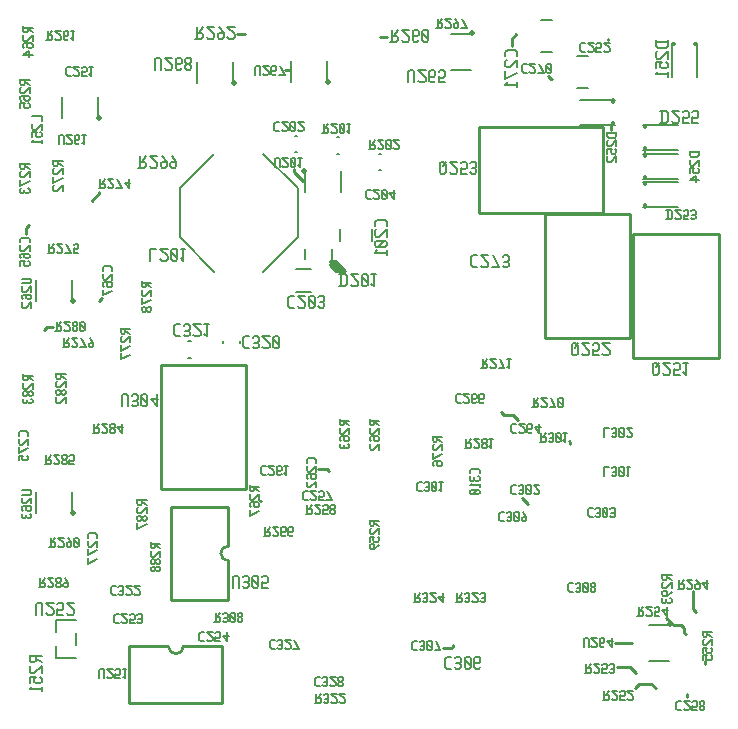
<source format=gbr>
G04 start of page 11 for group -4078 idx -4078 *
G04 Title: receiver, bottomsilk *
G04 Creator: pcb 20140316 *
G04 CreationDate: Tue 02 Jan 2018 12:34:38 AM GMT UTC *
G04 For: brian *
G04 Format: Gerber/RS-274X *
G04 PCB-Dimensions (mil): 6000.00 5000.00 *
G04 PCB-Coordinate-Origin: lower left *
%MOIN*%
%FSLAX25Y25*%
%LNBOTTOMSILK*%
%ADD152C,0.0200*%
%ADD151C,0.0120*%
%ADD150C,0.0080*%
%ADD149C,0.0100*%
G54D149*X223000Y254000D02*X225500D01*
X239000Y242000D02*X240500D01*
X273000Y253000D02*X270500D01*
X346500Y252000D02*Y252500D01*
X314500Y250000D02*Y252500D01*
X316000Y254000D01*
X326500Y240000D02*X327500Y239000D01*
X328000D01*
X347500Y222000D02*Y223500D01*
X174500Y198500D02*X177000Y201000D01*
Y201500D01*
X152500Y187500D02*Y189500D01*
X153500Y190500D01*
X177000Y165000D02*X178000Y166000D01*
X161500Y156500D02*X159500D01*
X158500Y155500D01*
X254000Y178000D02*X257000Y175000D01*
X254000Y177500D02*X256500Y175000D01*
X254000Y177000D02*X256000Y175000D01*
X242000Y209000D02*Y208000D01*
X245000Y205000D01*
X254500Y178500D02*X258000Y175000D01*
X257500D02*X254000Y178500D01*
X255000D02*X258500Y175000D01*
X255500Y178500D02*X259000Y175000D01*
X311000Y128000D02*X312000Y127000D01*
X334000Y117500D02*Y118000D01*
X333500Y118500D01*
X312000Y127000D02*X315000D01*
X316500Y125500D01*
X318000Y99500D02*X320000Y97500D01*
X230500Y98500D02*X231000D01*
X250000Y109000D02*X253000D01*
X253500Y108500D01*
X376000Y61500D02*X375000Y62500D01*
Y68500D01*
X366000Y59500D02*X368500Y57000D01*
X371000D01*
X372000Y56000D01*
X354000Y43000D02*X356000Y41000D01*
X355500Y36000D02*X357000Y37500D01*
X361000D01*
X362500Y36000D01*
X373000Y34000D02*Y33000D01*
X349000Y51000D02*X354500D01*
X349500Y43000D02*X354000D01*
X291500Y49500D02*X294500D01*
X295000Y50000D01*
Y50500D01*
X372000Y56000D02*Y54500D01*
X372500Y54000D01*
X379000Y44000D02*Y45000D01*
G54D150*X367866Y251209D02*Y239791D01*
X376134Y251209D02*Y239791D01*
G54D151*X375543Y250618D02*X375937D01*
X368063D02*X368457D01*
G54D150*X324032Y258814D02*X327968D01*
X324032Y248186D02*X327968D01*
X358291Y196366D02*X369709D01*
X358291Y204634D02*X369709D01*
G54D151*X358882Y204437D02*Y204043D01*
Y196957D02*Y196563D01*
G54D150*X358291Y215366D02*X369709D01*
X358291Y223634D02*X369709D01*
G54D151*X358882Y223437D02*Y223043D01*
Y215957D02*Y215563D01*
G54D150*X358291Y205866D02*X369709D01*
X358291Y214134D02*X369709D01*
G54D151*X358882Y213937D02*Y213543D01*
Y206457D02*Y206063D01*
G54D150*X337291Y232134D02*X348709D01*
X337291Y223866D02*X348709D01*
G54D151*X348118Y224457D02*Y224063D01*
Y231937D02*Y231543D01*
G54D150*X336032Y236186D02*X339968D01*
X336032Y246814D02*X339968D01*
G54D152*X253299Y237957D03*
G54D150*X240996Y244945D02*Y238055D01*
X253004Y244945D02*Y238055D01*
G54D149*X303600Y194500D02*X345000D01*
X303600Y223000D02*Y194500D01*
Y223000D02*X345000D01*
Y194500D01*
G54D152*X301043Y254299D03*
G54D150*X294055Y241996D02*X300945D01*
X294055Y254004D02*X300945D01*
X256107Y219755D02*X256893D01*
X256107Y214245D02*X256893D01*
X270107Y214255D02*X270893D01*
X270107Y208745D02*X270893D01*
X162673Y54862D02*Y58878D01*
X169327D01*
X162673Y46122D02*Y50138D01*
Y46122D02*X169327D01*
Y50531D02*Y54469D01*
G54D152*X168299Y94457D03*
G54D150*X155996Y101445D02*Y94555D01*
X168004Y101445D02*Y94555D01*
G54D149*X197500Y102500D02*Y143900D01*
X226000D01*
Y102500D01*
X197500D01*
X218000Y50000D02*Y31000D01*
X187000D02*X218000D01*
X187000Y50000D02*Y31000D01*
X205000Y50000D02*X218000D01*
X187000D02*X200000D01*
G75*G03X205000Y50000I2500J0D01*G01*
X201000Y65500D02*X220000D01*
X201000Y96500D02*Y65500D01*
Y96500D02*X220000D01*
Y78500D02*Y65500D01*
Y96500D02*Y83500D01*
G75*G03X220000Y78500I0J-2500D01*G01*
X383500Y187500D02*Y146100D01*
X355000D02*X383500D01*
X355000Y187500D02*Y146100D01*
Y187500D02*X383500D01*
X354000Y194000D02*Y152600D01*
X325500D02*X354000D01*
X325500Y194000D02*Y152600D01*
Y194000D02*X354000D01*
G54D152*X367043Y57299D03*
G54D150*X360055Y44996D02*X366945D01*
X360055Y57004D02*X366945D01*
G54D152*X176799Y225957D03*
G54D150*X164496Y232945D02*Y226055D01*
X176504Y232945D02*Y226055D01*
G54D152*X168299Y164957D03*
G54D150*X155996Y171945D02*Y165055D01*
X168004Y171945D02*Y165055D01*
G54D152*X221799Y237772D03*
G54D150*X209496Y244760D02*Y237870D01*
X221504Y244760D02*Y237870D01*
X242107Y220255D02*X242893D01*
X242107Y214745D02*X242893D01*
X254500Y182500D02*Y179000D01*
X245500Y182500D02*Y179000D01*
G54D152*X245201Y208543D03*
G54D150*X257504Y208445D02*Y201555D01*
X245496Y208445D02*Y201555D01*
X257186Y188968D02*Y185032D01*
X267814Y188968D02*Y185032D01*
X242638Y168260D02*X247362D01*
X242638Y175740D02*X247362D01*
X223755Y151893D02*Y151107D01*
X218245Y151893D02*Y151107D01*
X206607Y151755D02*X207393D01*
X206607Y146245D02*X207393D01*
X243185Y202650D02*Y186350D01*
X203815Y202650D02*Y186350D01*
X243185D02*X231650Y174815D01*
X203815Y186350D02*X215350Y174815D01*
X243185Y202650D02*X231650Y214185D01*
X203815Y202650D02*X215350Y214185D01*
X337889Y251200D02*X338890D01*
X337350Y250661D02*X337889Y251200D01*
X337350Y248659D02*Y250661D01*
Y248659D02*X337889Y248120D01*
X338890D01*
X339814Y248505D02*X340199Y248120D01*
X341354D01*
X341739Y248505D01*
Y249275D01*
X339814Y251200D02*X341739Y249275D01*
X339814Y251200D02*X341739D01*
X342663Y248120D02*X344203D01*
X342663D02*Y249660D01*
X343048Y249275D01*
X343818D01*
X344203Y249660D01*
Y250815D01*
X343818Y251200D02*X344203Y250815D01*
X343048Y251200D02*X343818D01*
X342663Y250815D02*X343048Y251200D01*
X345127Y248505D02*X345512Y248120D01*
X346667D01*
X347052Y248505D01*
Y249275D01*
X345127Y251200D02*X347052Y249275D01*
X345127Y251200D02*X347052D01*
X364500Y224500D02*Y228500D01*
X365800Y224500D02*X366500Y225200D01*
Y227800D01*
X365800Y228500D02*X366500Y227800D01*
X364000Y228500D02*X365800D01*
X364000Y224500D02*X365800D01*
X367700Y225000D02*X368200Y224500D01*
X369700D01*
X370200Y225000D01*
Y226000D01*
X367700Y228500D02*X370200Y226000D01*
X367700Y228500D02*X370200D01*
X371400Y224500D02*X373400D01*
X371400D02*Y226500D01*
X371900Y226000D01*
X372900D01*
X373400Y226500D01*
Y228000D01*
X372900Y228500D02*X373400Y228000D01*
X371900Y228500D02*X372900D01*
X371400Y228000D02*X371900Y228500D01*
X374600Y224500D02*X376600D01*
X374600D02*Y226500D01*
X375100Y226000D01*
X376100D01*
X376600Y226500D01*
Y228000D01*
X376100Y228500D02*X376600Y228000D01*
X375100Y228500D02*X376100D01*
X374600Y228000D02*X375100Y228500D01*
X346270Y221115D02*X349350D01*
X346270Y220114D02*X346809Y219575D01*
X348811D01*
X349350Y220114D02*X348811Y219575D01*
X349350Y220114D02*Y221500D01*
X346270Y220114D02*Y221500D01*
X346655Y218651D02*X346270Y218266D01*
Y217111D02*Y218266D01*
Y217111D02*X346655Y216726D01*
X347425D01*
X349350Y218651D02*X347425Y216726D01*
X349350D02*Y218651D01*
X346270Y214262D02*Y215802D01*
X347810D01*
X347425Y215417D01*
Y214647D02*Y215417D01*
Y214647D02*X347810Y214262D01*
X348965D01*
X349350Y214647D02*X348965Y214262D01*
X349350Y214647D02*Y215417D01*
X348965Y215802D02*X349350Y215417D01*
X346655Y213338D02*X346270Y212953D01*
Y211798D02*Y212953D01*
Y211798D02*X346655Y211413D01*
X347425D01*
X349350Y213338D02*X347425Y211413D01*
X349350D02*Y213338D01*
X366385Y192270D02*Y195350D01*
X367386Y192270D02*X367925Y192809D01*
Y194811D01*
X367386Y195350D02*X367925Y194811D01*
X366000Y195350D02*X367386D01*
X366000Y192270D02*X367386D01*
X368849Y192655D02*X369234Y192270D01*
X370389D01*
X370774Y192655D01*
Y193425D01*
X368849Y195350D02*X370774Y193425D01*
X368849Y195350D02*X370774D01*
X371698Y192270D02*X373238D01*
X371698D02*Y193810D01*
X372083Y193425D01*
X372853D01*
X373238Y193810D01*
Y194965D01*
X372853Y195350D02*X373238Y194965D01*
X372083Y195350D02*X372853D01*
X371698Y194965D02*X372083Y195350D01*
X374162Y192655D02*X374547Y192270D01*
X375317D01*
X375702Y192655D01*
X375317Y195350D02*X375702Y194965D01*
X374547Y195350D02*X375317D01*
X374162Y194965D02*X374547Y195350D01*
Y193656D02*X375317D01*
X375702Y192655D02*Y193271D01*
Y194041D02*Y194965D01*
Y194041D02*X375317Y193656D01*
X375702Y193271D02*X375317Y193656D01*
X373770Y214615D02*X376850D01*
X373770Y213614D02*X374309Y213075D01*
X376311D01*
X376850Y213614D02*X376311Y213075D01*
X376850Y213614D02*Y215000D01*
X373770Y213614D02*Y215000D01*
X374155Y212151D02*X373770Y211766D01*
Y210611D02*Y211766D01*
Y210611D02*X374155Y210226D01*
X374925D01*
X376850Y212151D02*X374925Y210226D01*
X376850D02*Y212151D01*
X373770Y207762D02*Y209302D01*
X375310D01*
X374925Y208917D01*
Y208147D02*Y208917D01*
Y208147D02*X375310Y207762D01*
X376465D01*
X376850Y208147D02*X376465Y207762D01*
X376850Y208147D02*Y208917D01*
X376465Y209302D02*X376850Y208917D01*
X375695Y206838D02*X373770Y205298D01*
X375695Y204913D02*Y206838D01*
X373770Y205298D02*X376850D01*
X362500Y251500D02*X366500D01*
X362500Y250200D02*X363200Y249500D01*
X365800D01*
X366500Y250200D02*X365800Y249500D01*
X366500Y250200D02*Y252000D01*
X362500Y250200D02*Y252000D01*
X363000Y248300D02*X362500Y247800D01*
Y246300D02*Y247800D01*
Y246300D02*X363000Y245800D01*
X364000D01*
X366500Y248300D02*X364000Y245800D01*
X366500D02*Y248300D01*
X362500Y242600D02*Y244600D01*
X364500D01*
X364000Y244100D01*
Y243100D02*Y244100D01*
Y243100D02*X364500Y242600D01*
X366000D01*
X366500Y243100D02*X366000Y242600D01*
X366500Y243100D02*Y244100D01*
X366000Y244600D02*X366500Y244100D01*
X363300Y241400D02*X362500Y240600D01*
X366500D01*
Y239900D02*Y241400D01*
X314889Y103700D02*X315890D01*
X314350Y103161D02*X314889Y103700D01*
X314350Y101159D02*Y103161D01*
Y101159D02*X314889Y100620D01*
X315890D01*
X316814Y101005D02*X317199Y100620D01*
X317969D01*
X318354Y101005D01*
X317969Y103700D02*X318354Y103315D01*
X317199Y103700D02*X317969D01*
X316814Y103315D02*X317199Y103700D01*
Y102006D02*X317969D01*
X318354Y101005D02*Y101621D01*
Y102391D02*Y103315D01*
Y102391D02*X317969Y102006D01*
X318354Y101621D02*X317969Y102006D01*
X319278Y103315D02*X319663Y103700D01*
X319278Y101005D02*Y103315D01*
Y101005D02*X319663Y100620D01*
X320433D01*
X320818Y101005D01*
Y103315D01*
X320433Y103700D02*X320818Y103315D01*
X319663Y103700D02*X320433D01*
X319278Y102930D02*X320818Y101390D01*
X321742Y101005D02*X322127Y100620D01*
X323282D01*
X323667Y101005D01*
Y101775D01*
X321742Y103700D02*X323667Y101775D01*
X321742Y103700D02*X323667D01*
X296389Y134200D02*X297390D01*
X295850Y133661D02*X296389Y134200D01*
X295850Y131659D02*Y133661D01*
Y131659D02*X296389Y131120D01*
X297390D01*
X298314Y131505D02*X298699Y131120D01*
X299854D01*
X300239Y131505D01*
Y132275D01*
X298314Y134200D02*X300239Y132275D01*
X298314Y134200D02*X300239D01*
X302318Y131120D02*X302703Y131505D01*
X301548Y131120D02*X302318D01*
X301163Y131505D02*X301548Y131120D01*
X301163Y131505D02*Y133815D01*
X301548Y134200D01*
X302318Y132506D02*X302703Y132891D01*
X301163Y132506D02*X302318D01*
X301548Y134200D02*X302318D01*
X302703Y133815D01*
Y132891D02*Y133815D01*
X304782Y131120D02*X305167Y131505D01*
X304012Y131120D02*X304782D01*
X303627Y131505D02*X304012Y131120D01*
X303627Y131505D02*Y133815D01*
X304012Y134200D01*
X304782Y132506D02*X305167Y132891D01*
X303627Y132506D02*X304782D01*
X304012Y134200D02*X304782D01*
X305167Y133815D01*
Y132891D02*Y133815D01*
X314889Y124200D02*X315890D01*
X314350Y123661D02*X314889Y124200D01*
X314350Y121659D02*Y123661D01*
Y121659D02*X314889Y121120D01*
X315890D01*
X316814Y121505D02*X317199Y121120D01*
X318354D01*
X318739Y121505D01*
Y122275D01*
X316814Y124200D02*X318739Y122275D01*
X316814Y124200D02*X318739D01*
X320818Y121120D02*X321203Y121505D01*
X320048Y121120D02*X320818D01*
X319663Y121505D02*X320048Y121120D01*
X319663Y121505D02*Y123815D01*
X320048Y124200D01*
X320818Y122506D02*X321203Y122891D01*
X319663Y122506D02*X320818D01*
X320048Y124200D02*X320818D01*
X321203Y123815D01*
Y122891D02*Y123815D01*
X322127Y123045D02*X323667Y121120D01*
X322127Y123045D02*X324052D01*
X323667Y121120D02*Y124200D01*
X321350Y129620D02*X322890D01*
X323275Y130005D01*
Y130775D01*
X322890Y131160D02*X323275Y130775D01*
X321735Y131160D02*X322890D01*
X321735Y129620D02*Y132700D01*
X322351Y131160D02*X323275Y132700D01*
X324199Y130005D02*X324584Y129620D01*
X325739D01*
X326124Y130005D01*
Y130775D01*
X324199Y132700D02*X326124Y130775D01*
X324199Y132700D02*X326124D01*
X327433D02*X328973Y129620D01*
X327048D02*X328973D01*
X329897Y132315D02*X330282Y132700D01*
X329897Y130005D02*Y132315D01*
Y130005D02*X330282Y129620D01*
X331052D01*
X331437Y130005D01*
Y132315D01*
X331052Y132700D02*X331437Y132315D01*
X330282Y132700D02*X331052D01*
X329897Y131930D02*X331437Y130390D01*
X257500Y170000D02*Y174000D01*
X258800Y170000D02*X259500Y170700D01*
Y173300D01*
X258800Y174000D02*X259500Y173300D01*
X257000Y174000D02*X258800D01*
X257000Y170000D02*X258800D01*
X260700Y170500D02*X261200Y170000D01*
X262700D01*
X263200Y170500D01*
Y171500D01*
X260700Y174000D02*X263200Y171500D01*
X260700Y174000D02*X263200D01*
X264400Y173500D02*X264900Y174000D01*
X264400Y170500D02*Y173500D01*
Y170500D02*X264900Y170000D01*
X265900D01*
X266400Y170500D01*
Y173500D01*
X265900Y174000D02*X266400Y173500D01*
X264900Y174000D02*X265900D01*
X264400Y173000D02*X266400Y171000D01*
X267600Y170800D02*X268400Y170000D01*
Y174000D01*
X267600D02*X269100D01*
X334500Y147500D02*Y150500D01*
Y147500D02*X335000Y147000D01*
X336000D01*
X336500Y147500D01*
Y150000D01*
X335500Y151000D02*X336500Y150000D01*
X335000Y151000D02*X335500D01*
X334500Y150500D02*X335000Y151000D01*
X335500Y149500D02*X336500Y151000D01*
X337700Y147500D02*X338200Y147000D01*
X339700D01*
X340200Y147500D01*
Y148500D01*
X337700Y151000D02*X340200Y148500D01*
X337700Y151000D02*X340200D01*
X341400Y147000D02*X343400D01*
X341400D02*Y149000D01*
X341900Y148500D01*
X342900D01*
X343400Y149000D01*
Y150500D01*
X342900Y151000D02*X343400Y150500D01*
X341900Y151000D02*X342900D01*
X341400Y150500D02*X341900Y151000D01*
X344600Y147500D02*X345100Y147000D01*
X346600D01*
X347100Y147500D01*
Y148500D01*
X344600Y151000D02*X347100Y148500D01*
X344600Y151000D02*X347100D01*
X361500Y141000D02*Y144000D01*
Y141000D02*X362000Y140500D01*
X363000D01*
X363500Y141000D01*
Y143500D01*
X362500Y144500D02*X363500Y143500D01*
X362000Y144500D02*X362500D01*
X361500Y144000D02*X362000Y144500D01*
X362500Y143000D02*X363500Y144500D01*
X364700Y141000D02*X365200Y140500D01*
X366700D01*
X367200Y141000D01*
Y142000D01*
X364700Y144500D02*X367200Y142000D01*
X364700Y144500D02*X367200D01*
X368400Y140500D02*X370400D01*
X368400D02*Y142500D01*
X368900Y142000D01*
X369900D01*
X370400Y142500D01*
Y144000D01*
X369900Y144500D02*X370400Y144000D01*
X368900Y144500D02*X369900D01*
X368400Y144000D02*X368900Y144500D01*
X371600Y141300D02*X372400Y140500D01*
Y144500D01*
X371600D02*X373100D01*
X304350Y142620D02*X305890D01*
X306275Y143005D01*
Y143775D01*
X305890Y144160D02*X306275Y143775D01*
X304735Y144160D02*X305890D01*
X304735Y142620D02*Y145700D01*
X305351Y144160D02*X306275Y145700D01*
X307199Y143005D02*X307584Y142620D01*
X308739D01*
X309124Y143005D01*
Y143775D01*
X307199Y145700D02*X309124Y143775D01*
X307199Y145700D02*X309124D01*
X310433D02*X311973Y142620D01*
X310048D02*X311973D01*
X312897Y143236D02*X313513Y142620D01*
Y145700D01*
X312897D02*X314052D01*
X298850Y116120D02*X300390D01*
X300775Y116505D01*
Y117275D01*
X300390Y117660D02*X300775Y117275D01*
X299235Y117660D02*X300390D01*
X299235Y116120D02*Y119200D01*
X299851Y117660D02*X300775Y119200D01*
X301699Y116505D02*X302084Y116120D01*
X303239D01*
X303624Y116505D01*
Y117275D01*
X301699Y119200D02*X303624Y117275D01*
X301699Y119200D02*X303624D01*
X304548Y118815D02*X304933Y119200D01*
X304548Y118199D02*Y118815D01*
Y118199D02*X305087Y117660D01*
X305549D01*
X306088Y118199D01*
Y118815D01*
X305703Y119200D02*X306088Y118815D01*
X304933Y119200D02*X305703D01*
X304548Y117121D02*X305087Y117660D01*
X304548Y116505D02*Y117121D01*
Y116505D02*X304933Y116120D01*
X305703D01*
X306088Y116505D01*
Y117121D01*
X305549Y117660D02*X306088Y117121D01*
X307012Y116736D02*X307628Y116120D01*
Y119200D01*
X307012D02*X308167D01*
X288120Y118610D02*Y120150D01*
Y118610D02*X288505Y118225D01*
X289275D01*
X289660Y118610D02*X289275Y118225D01*
X289660Y118610D02*Y119765D01*
X288120D02*X291200D01*
X289660Y119149D02*X291200Y118225D01*
X288505Y117301D02*X288120Y116916D01*
Y115761D02*Y116916D01*
Y115761D02*X288505Y115376D01*
X289275D01*
X291200Y117301D02*X289275Y115376D01*
X291200D02*Y117301D01*
Y114067D02*X288120Y112527D01*
Y114452D01*
Y110448D02*X288505Y110063D01*
X288120Y110448D02*Y111218D01*
X288505Y111603D02*X288120Y111218D01*
X288505Y111603D02*X290815D01*
X291200Y111218D01*
X289506Y110448D02*X289891Y110063D01*
X289506Y110448D02*Y111603D01*
X291200Y110448D02*Y111218D01*
Y110448D02*X290815Y110063D01*
X289891D02*X290815D01*
X240550Y166850D02*X241850D01*
X239850Y166150D02*X240550Y166850D01*
X239850Y163550D02*Y166150D01*
Y163550D02*X240550Y162850D01*
X241850D01*
X243050Y163350D02*X243550Y162850D01*
X245050D01*
X245550Y163350D01*
Y164350D01*
X243050Y166850D02*X245550Y164350D01*
X243050Y166850D02*X245550D01*
X246750Y166350D02*X247250Y166850D01*
X246750Y163350D02*Y166350D01*
Y163350D02*X247250Y162850D01*
X248250D01*
X248750Y163350D01*
Y166350D01*
X248250Y166850D02*X248750Y166350D01*
X247250Y166850D02*X248250D01*
X246750Y165850D02*X248750Y163850D01*
X249950Y163350D02*X250450Y162850D01*
X251450D01*
X251950Y163350D01*
X251450Y166850D02*X251950Y166350D01*
X250450Y166850D02*X251450D01*
X249950Y166350D02*X250450Y166850D01*
Y164650D02*X251450D01*
X251950Y163350D02*Y164150D01*
Y165150D02*Y166350D01*
Y165150D02*X251450Y164650D01*
X251950Y164150D02*X251450Y164650D01*
X225550Y153350D02*X226850D01*
X224850Y152650D02*X225550Y153350D01*
X224850Y150050D02*Y152650D01*
Y150050D02*X225550Y149350D01*
X226850D01*
X228050Y149850D02*X228550Y149350D01*
X229550D01*
X230050Y149850D01*
X229550Y153350D02*X230050Y152850D01*
X228550Y153350D02*X229550D01*
X228050Y152850D02*X228550Y153350D01*
Y151150D02*X229550D01*
X230050Y149850D02*Y150650D01*
Y151650D02*Y152850D01*
Y151650D02*X229550Y151150D01*
X230050Y150650D02*X229550Y151150D01*
X231250Y149850D02*X231750Y149350D01*
X233250D01*
X233750Y149850D01*
Y150850D01*
X231250Y153350D02*X233750Y150850D01*
X231250Y153350D02*X233750D01*
X234950Y152850D02*X235450Y153350D01*
X234950Y149850D02*Y152850D01*
Y149850D02*X235450Y149350D01*
X236450D01*
X236950Y149850D01*
Y152850D01*
X236450Y153350D02*X236950Y152850D01*
X235450Y153350D02*X236450D01*
X234950Y152350D02*X236950Y150350D01*
X283389Y104700D02*X284390D01*
X282850Y104161D02*X283389Y104700D01*
X282850Y102159D02*Y104161D01*
Y102159D02*X283389Y101620D01*
X284390D01*
X285314Y102005D02*X285699Y101620D01*
X286469D01*
X286854Y102005D01*
X286469Y104700D02*X286854Y104315D01*
X285699Y104700D02*X286469D01*
X285314Y104315D02*X285699Y104700D01*
Y103006D02*X286469D01*
X286854Y102005D02*Y102621D01*
Y103391D02*Y104315D01*
Y103391D02*X286469Y103006D01*
X286854Y102621D02*X286469Y103006D01*
X287778Y104315D02*X288163Y104700D01*
X287778Y102005D02*Y104315D01*
Y102005D02*X288163Y101620D01*
X288933D01*
X289318Y102005D01*
Y104315D01*
X288933Y104700D02*X289318Y104315D01*
X288163Y104700D02*X288933D01*
X287778Y103930D02*X289318Y102390D01*
X290242Y102236D02*X290858Y101620D01*
Y104700D01*
X290242D02*X291397D01*
X257120Y124110D02*Y125650D01*
Y124110D02*X257505Y123725D01*
X258275D01*
X258660Y124110D02*X258275Y123725D01*
X258660Y124110D02*Y125265D01*
X257120D02*X260200D01*
X258660Y124649D02*X260200Y123725D01*
X257505Y122801D02*X257120Y122416D01*
Y121261D02*Y122416D01*
Y121261D02*X257505Y120876D01*
X258275D01*
X260200Y122801D02*X258275Y120876D01*
X260200D02*Y122801D01*
X257120Y118797D02*X257505Y118412D01*
X257120Y118797D02*Y119567D01*
X257505Y119952D02*X257120Y119567D01*
X257505Y119952D02*X259815D01*
X260200Y119567D01*
X258506Y118797D02*X258891Y118412D01*
X258506Y118797D02*Y119952D01*
X260200Y118797D02*Y119567D01*
Y118797D02*X259815Y118412D01*
X258891D02*X259815D01*
X257505Y117488D02*X257120Y117103D01*
Y116333D02*Y117103D01*
Y116333D02*X257505Y115948D01*
X260200Y116333D02*X259815Y115948D01*
X260200Y116333D02*Y117103D01*
X259815Y117488D02*X260200Y117103D01*
X258506Y116333D02*Y117103D01*
X257505Y115948D02*X258121D01*
X258891D02*X259815D01*
X258891D02*X258506Y116333D01*
X258121Y115948D02*X258506Y116333D01*
X249200Y111110D02*Y112111D01*
X248661Y112650D02*X249200Y112111D01*
X246659Y112650D02*X248661D01*
X246659D02*X246120Y112111D01*
Y111110D02*Y112111D01*
X246505Y110186D02*X246120Y109801D01*
Y108646D02*Y109801D01*
Y108646D02*X246505Y108261D01*
X247275D01*
X249200Y110186D02*X247275Y108261D01*
X249200D02*Y110186D01*
X246120Y106182D02*X246505Y105797D01*
X246120Y106182D02*Y106952D01*
X246505Y107337D02*X246120Y106952D01*
X246505Y107337D02*X248815D01*
X249200Y106952D01*
X247506Y106182D02*X247891Y105797D01*
X247506Y106182D02*Y107337D01*
X249200Y106182D02*Y106952D01*
Y106182D02*X248815Y105797D01*
X247891D02*X248815D01*
X246505Y104873D02*X246120Y104488D01*
Y103333D02*Y104488D01*
Y103333D02*X246505Y102948D01*
X247275D01*
X249200Y104873D02*X247275Y102948D01*
X249200D02*Y104873D01*
X267120Y124110D02*Y125650D01*
Y124110D02*X267505Y123725D01*
X268275D01*
X268660Y124110D02*X268275Y123725D01*
X268660Y124110D02*Y125265D01*
X267120D02*X270200D01*
X268660Y124649D02*X270200Y123725D01*
X267505Y122801D02*X267120Y122416D01*
Y121261D02*Y122416D01*
Y121261D02*X267505Y120876D01*
X268275D01*
X270200Y122801D02*X268275Y120876D01*
X270200D02*Y122801D01*
X267120Y118797D02*X267505Y118412D01*
X267120Y118797D02*Y119567D01*
X267505Y119952D02*X267120Y119567D01*
X267505Y119952D02*X269815D01*
X270200Y119567D01*
X268506Y118797D02*X268891Y118412D01*
X268506Y118797D02*Y119952D01*
X270200Y118797D02*Y119567D01*
Y118797D02*X269815Y118412D01*
X268891D02*X269815D01*
X267505Y117488D02*X267120Y117103D01*
Y115948D02*Y117103D01*
Y115948D02*X267505Y115563D01*
X268275D01*
X270200Y117488D02*X268275Y115563D01*
X270200D02*Y117488D01*
X231389Y110200D02*X232390D01*
X230850Y109661D02*X231389Y110200D01*
X230850Y107659D02*Y109661D01*
Y107659D02*X231389Y107120D01*
X232390D01*
X233314Y107505D02*X233699Y107120D01*
X234854D01*
X235239Y107505D01*
Y108275D01*
X233314Y110200D02*X235239Y108275D01*
X233314Y110200D02*X235239D01*
X237318Y107120D02*X237703Y107505D01*
X236548Y107120D02*X237318D01*
X236163Y107505D02*X236548Y107120D01*
X236163Y107505D02*Y109815D01*
X236548Y110200D01*
X237318Y108506D02*X237703Y108891D01*
X236163Y108506D02*X237318D01*
X236548Y110200D02*X237318D01*
X237703Y109815D01*
Y108891D02*Y109815D01*
X238627Y107736D02*X239243Y107120D01*
Y110200D01*
X238627D02*X239782D01*
X151270Y102000D02*X153965D01*
X154350Y101615D01*
Y100845D02*Y101615D01*
Y100845D02*X153965Y100460D01*
X151270D02*X153965D01*
X151655Y99536D02*X151270Y99151D01*
Y97996D02*Y99151D01*
Y97996D02*X151655Y97611D01*
X152425D01*
X154350Y99536D02*X152425Y97611D01*
X154350D02*Y99536D01*
X151270Y95532D02*X151655Y95147D01*
X151270Y95532D02*Y96302D01*
X151655Y96687D02*X151270Y96302D01*
X151655Y96687D02*X153965D01*
X154350Y96302D01*
X152656Y95532D02*X153041Y95147D01*
X152656Y95532D02*Y96687D01*
X154350Y95532D02*Y96302D01*
Y95532D02*X153965Y95147D01*
X153041D02*X153965D01*
X151655Y94223D02*X151270Y93838D01*
Y93068D02*Y93838D01*
Y93068D02*X151655Y92683D01*
X154350Y93068D02*X153965Y92683D01*
X154350Y93068D02*Y93838D01*
X153965Y94223D02*X154350Y93838D01*
X152656Y93068D02*Y93838D01*
X151655Y92683D02*X152271D01*
X153041D02*X153965D01*
X153041D02*X152656Y93068D01*
X152271Y92683D02*X152656Y93068D01*
X160350Y83120D02*X161890D01*
X162275Y83505D01*
Y84275D01*
X161890Y84660D02*X162275Y84275D01*
X160735Y84660D02*X161890D01*
X160735Y83120D02*Y86200D01*
X161351Y84660D02*X162275Y86200D01*
X163199Y83505D02*X163584Y83120D01*
X164739D01*
X165124Y83505D01*
Y84275D01*
X163199Y86200D02*X165124Y84275D01*
X163199Y86200D02*X165124D01*
X166433D02*X167588Y84660D01*
Y83505D02*Y84660D01*
X167203Y83120D02*X167588Y83505D01*
X166433Y83120D02*X167203D01*
X166048Y83505D02*X166433Y83120D01*
X166048Y83505D02*Y84275D01*
X166433Y84660D01*
X167588D01*
X168512Y85815D02*X168897Y86200D01*
X168512Y83505D02*Y85815D01*
Y83505D02*X168897Y83120D01*
X169667D01*
X170052Y83505D01*
Y85815D01*
X169667Y86200D02*X170052Y85815D01*
X168897Y86200D02*X169667D01*
X168512Y85430D02*X170052Y83890D01*
X156850Y69620D02*X158390D01*
X158775Y70005D01*
Y70775D01*
X158390Y71160D02*X158775Y70775D01*
X157235Y71160D02*X158390D01*
X157235Y69620D02*Y72700D01*
X157851Y71160D02*X158775Y72700D01*
X159699Y70005D02*X160084Y69620D01*
X161239D01*
X161624Y70005D01*
Y70775D01*
X159699Y72700D02*X161624Y70775D01*
X159699Y72700D02*X161624D01*
X162548Y72315D02*X162933Y72700D01*
X162548Y71699D02*Y72315D01*
Y71699D02*X163087Y71160D01*
X163549D01*
X164088Y71699D01*
Y72315D01*
X163703Y72700D02*X164088Y72315D01*
X162933Y72700D02*X163703D01*
X162548Y70621D02*X163087Y71160D01*
X162548Y70005D02*Y70621D01*
Y70005D02*X162933Y69620D01*
X163703D01*
X164088Y70005D01*
Y70621D01*
X163549Y71160D02*X164088Y70621D01*
X165397Y72700D02*X166552Y71160D01*
Y70005D02*Y71160D01*
X166167Y69620D02*X166552Y70005D01*
X165397Y69620D02*X166167D01*
X165012Y70005D02*X165397Y69620D01*
X165012Y70005D02*Y70775D01*
X165397Y71160D01*
X166552D01*
X156000Y60500D02*Y64000D01*
X156500Y64500D01*
X157500D01*
X158000Y64000D01*
Y60500D02*Y64000D01*
X159200Y61000D02*X159700Y60500D01*
X161200D01*
X161700Y61000D01*
Y62000D01*
X159200Y64500D02*X161700Y62000D01*
X159200Y64500D02*X161700D01*
X162900Y60500D02*X164900D01*
X162900D02*Y62500D01*
X163400Y62000D01*
X164400D01*
X164900Y62500D01*
Y64000D01*
X164400Y64500D02*X164900Y64000D01*
X163400Y64500D02*X164400D01*
X162900Y64000D02*X163400Y64500D01*
X166100Y61000D02*X166600Y60500D01*
X168100D01*
X168600Y61000D01*
Y62000D01*
X166100Y64500D02*X168600Y62000D01*
X166100Y64500D02*X168600D01*
X151620Y139110D02*Y140650D01*
Y139110D02*X152005Y138725D01*
X152775D01*
X153160Y139110D02*X152775Y138725D01*
X153160Y139110D02*Y140265D01*
X151620D02*X154700D01*
X153160Y139649D02*X154700Y138725D01*
X152005Y137801D02*X151620Y137416D01*
Y136261D02*Y137416D01*
Y136261D02*X152005Y135876D01*
X152775D01*
X154700Y137801D02*X152775Y135876D01*
X154700D02*Y137801D01*
X154315Y134952D02*X154700Y134567D01*
X153699Y134952D02*X154315D01*
X153699D02*X153160Y134413D01*
Y133951D02*Y134413D01*
Y133951D02*X153699Y133412D01*
X154315D01*
X154700Y133797D02*X154315Y133412D01*
X154700Y133797D02*Y134567D01*
X152621Y134952D02*X153160Y134413D01*
X152005Y134952D02*X152621D01*
X152005D02*X151620Y134567D01*
Y133797D02*Y134567D01*
Y133797D02*X152005Y133412D01*
X152621D01*
X153160Y133951D02*X152621Y133412D01*
X152005Y132488D02*X151620Y132103D01*
Y131333D02*Y132103D01*
Y131333D02*X152005Y130948D01*
X154700Y131333D02*X154315Y130948D01*
X154700Y131333D02*Y132103D01*
X154315Y132488D02*X154700Y132103D01*
X153006Y131333D02*Y132103D01*
X152005Y130948D02*X152621D01*
X153391D02*X154315D01*
X153391D02*X153006Y131333D01*
X152621Y130948D02*X153006Y131333D01*
X153200Y120110D02*Y121111D01*
X152661Y121650D02*X153200Y121111D01*
X150659Y121650D02*X152661D01*
X150659D02*X150120Y121111D01*
Y120110D02*Y121111D01*
X150505Y119186D02*X150120Y118801D01*
Y117646D02*Y118801D01*
Y117646D02*X150505Y117261D01*
X151275D01*
X153200Y119186D02*X151275Y117261D01*
X153200D02*Y119186D01*
Y115952D02*X150120Y114412D01*
Y116337D01*
Y111948D02*Y113488D01*
X151660D01*
X151275Y113103D01*
Y112333D02*Y113103D01*
Y112333D02*X151660Y111948D01*
X152815D01*
X153200Y112333D02*X152815Y111948D01*
X153200Y112333D02*Y113103D01*
X152815Y113488D02*X153200Y113103D01*
X158850Y110620D02*X160390D01*
X160775Y111005D01*
Y111775D01*
X160390Y112160D02*X160775Y111775D01*
X159235Y112160D02*X160390D01*
X159235Y110620D02*Y113700D01*
X159851Y112160D02*X160775Y113700D01*
X161699Y111005D02*X162084Y110620D01*
X163239D01*
X163624Y111005D01*
Y111775D01*
X161699Y113700D02*X163624Y111775D01*
X161699Y113700D02*X163624D01*
X164548Y113315D02*X164933Y113700D01*
X164548Y112699D02*Y113315D01*
Y112699D02*X165087Y112160D01*
X165549D01*
X166088Y112699D01*
Y113315D01*
X165703Y113700D02*X166088Y113315D01*
X164933Y113700D02*X165703D01*
X164548Y111621D02*X165087Y112160D01*
X164548Y111005D02*Y111621D01*
Y111005D02*X164933Y110620D01*
X165703D01*
X166088Y111005D01*
Y111621D01*
X165549Y112160D02*X166088Y111621D01*
X167012Y110620D02*X168552D01*
X167012D02*Y112160D01*
X167397Y111775D01*
X168167D01*
X168552Y112160D01*
Y113315D01*
X168167Y113700D02*X168552Y113315D01*
X167397Y113700D02*X168167D01*
X167012Y113315D02*X167397Y113700D01*
X162620Y139610D02*Y141150D01*
Y139610D02*X163005Y139225D01*
X163775D01*
X164160Y139610D02*X163775Y139225D01*
X164160Y139610D02*Y140765D01*
X162620D02*X165700D01*
X164160Y140149D02*X165700Y139225D01*
X163005Y138301D02*X162620Y137916D01*
Y136761D02*Y137916D01*
Y136761D02*X163005Y136376D01*
X163775D01*
X165700Y138301D02*X163775Y136376D01*
X165700D02*Y138301D01*
X165315Y135452D02*X165700Y135067D01*
X164699Y135452D02*X165315D01*
X164699D02*X164160Y134913D01*
Y134451D02*Y134913D01*
Y134451D02*X164699Y133912D01*
X165315D01*
X165700Y134297D02*X165315Y133912D01*
X165700Y134297D02*Y135067D01*
X163621Y135452D02*X164160Y134913D01*
X163005Y135452D02*X163621D01*
X163005D02*X162620Y135067D01*
Y134297D02*Y135067D01*
Y134297D02*X163005Y133912D01*
X163621D01*
X164160Y134451D02*X163621Y133912D01*
X163005Y132988D02*X162620Y132603D01*
Y131448D02*Y132603D01*
Y131448D02*X163005Y131063D01*
X163775D01*
X165700Y132988D02*X163775Y131063D01*
X165700D02*Y132988D01*
X174850Y121120D02*X176390D01*
X176775Y121505D01*
Y122275D01*
X176390Y122660D02*X176775Y122275D01*
X175235Y122660D02*X176390D01*
X175235Y121120D02*Y124200D01*
X175851Y122660D02*X176775Y124200D01*
X177699Y121505D02*X178084Y121120D01*
X179239D01*
X179624Y121505D01*
Y122275D01*
X177699Y124200D02*X179624Y122275D01*
X177699Y124200D02*X179624D01*
X180548Y123815D02*X180933Y124200D01*
X180548Y123199D02*Y123815D01*
Y123199D02*X181087Y122660D01*
X181549D01*
X182088Y123199D01*
Y123815D01*
X181703Y124200D02*X182088Y123815D01*
X180933Y124200D02*X181703D01*
X180548Y122121D02*X181087Y122660D01*
X180548Y121505D02*Y122121D01*
Y121505D02*X180933Y121120D01*
X181703D01*
X182088Y121505D01*
Y122121D01*
X181549Y122660D02*X182088Y122121D01*
X183012Y123045D02*X184552Y121120D01*
X183012Y123045D02*X184937D01*
X184552Y121120D02*Y124200D01*
X189620Y97610D02*Y99150D01*
Y97610D02*X190005Y97225D01*
X190775D01*
X191160Y97610D02*X190775Y97225D01*
X191160Y97610D02*Y98765D01*
X189620D02*X192700D01*
X191160Y98149D02*X192700Y97225D01*
X190005Y96301D02*X189620Y95916D01*
Y94761D02*Y95916D01*
Y94761D02*X190005Y94376D01*
X190775D01*
X192700Y96301D02*X190775Y94376D01*
X192700D02*Y96301D01*
X192315Y93452D02*X192700Y93067D01*
X191699Y93452D02*X192315D01*
X191699D02*X191160Y92913D01*
Y92451D02*Y92913D01*
Y92451D02*X191699Y91912D01*
X192315D01*
X192700Y92297D02*X192315Y91912D01*
X192700Y92297D02*Y93067D01*
X190621Y93452D02*X191160Y92913D01*
X190005Y93452D02*X190621D01*
X190005D02*X189620Y93067D01*
Y92297D02*Y93067D01*
Y92297D02*X190005Y91912D01*
X190621D01*
X191160Y92451D02*X190621Y91912D01*
X192700Y90603D02*X189620Y89063D01*
Y90988D01*
X176200Y86110D02*Y87111D01*
X175661Y87650D02*X176200Y87111D01*
X173659Y87650D02*X175661D01*
X173659D02*X173120Y87111D01*
Y86110D02*Y87111D01*
X173505Y85186D02*X173120Y84801D01*
Y83646D02*Y84801D01*
Y83646D02*X173505Y83261D01*
X174275D01*
X176200Y85186D02*X174275Y83261D01*
X176200D02*Y85186D01*
Y81952D02*X173120Y80412D01*
Y82337D01*
X176200Y79103D02*X173120Y77563D01*
Y79488D01*
X177000Y39270D02*Y41965D01*
X177385Y42350D01*
X178155D01*
X178540Y41965D01*
Y39270D02*Y41965D01*
X179464Y39655D02*X179849Y39270D01*
X181004D01*
X181389Y39655D01*
Y40425D01*
X179464Y42350D02*X181389Y40425D01*
X179464Y42350D02*X181389D01*
X182313Y39270D02*X183853D01*
X182313D02*Y40810D01*
X182698Y40425D01*
X183468D01*
X183853Y40810D01*
Y41965D01*
X183468Y42350D02*X183853Y41965D01*
X182698Y42350D02*X183468D01*
X182313Y41965D02*X182698Y42350D01*
X184777Y39886D02*X185393Y39270D01*
Y42350D01*
X184777D02*X185932D01*
X153850Y45150D02*Y47150D01*
Y45150D02*X154350Y44650D01*
X155350D01*
X155850Y45150D02*X155350Y44650D01*
X155850Y45150D02*Y46650D01*
X153850D02*X157850D01*
X155850Y45850D02*X157850Y44650D01*
X154350Y43450D02*X153850Y42950D01*
Y41450D02*Y42950D01*
Y41450D02*X154350Y40950D01*
X155350D01*
X157850Y43450D02*X155350Y40950D01*
X157850D02*Y43450D01*
X153850Y37750D02*Y39750D01*
X155850D01*
X155350Y39250D01*
Y38250D02*Y39250D01*
Y38250D02*X155850Y37750D01*
X157350D01*
X157850Y38250D02*X157350Y37750D01*
X157850Y38250D02*Y39250D01*
X157350Y39750D02*X157850Y39250D01*
X154650Y36550D02*X153850Y35750D01*
X157850D01*
Y35050D02*Y36550D01*
X182389Y60700D02*X183390D01*
X181850Y60161D02*X182389Y60700D01*
X181850Y58159D02*Y60161D01*
Y58159D02*X182389Y57620D01*
X183390D01*
X184314Y58005D02*X184699Y57620D01*
X185854D01*
X186239Y58005D01*
Y58775D01*
X184314Y60700D02*X186239Y58775D01*
X184314Y60700D02*X186239D01*
X187163Y57620D02*X188703D01*
X187163D02*Y59160D01*
X187548Y58775D01*
X188318D01*
X188703Y59160D01*
Y60315D01*
X188318Y60700D02*X188703Y60315D01*
X187548Y60700D02*X188318D01*
X187163Y60315D02*X187548Y60700D01*
X189627Y58005D02*X190012Y57620D01*
X190782D01*
X191167Y58005D01*
X190782Y60700D02*X191167Y60315D01*
X190012Y60700D02*X190782D01*
X189627Y60315D02*X190012Y60700D01*
Y59006D02*X190782D01*
X191167Y58005D02*Y58621D01*
Y59391D02*Y60315D01*
Y59391D02*X190782Y59006D01*
X191167Y58621D02*X190782Y59006D01*
X194120Y83110D02*Y84650D01*
Y83110D02*X194505Y82725D01*
X195275D01*
X195660Y83110D02*X195275Y82725D01*
X195660Y83110D02*Y84265D01*
X194120D02*X197200D01*
X195660Y83649D02*X197200Y82725D01*
X194505Y81801D02*X194120Y81416D01*
Y80261D02*Y81416D01*
Y80261D02*X194505Y79876D01*
X195275D01*
X197200Y81801D02*X195275Y79876D01*
X197200D02*Y81801D01*
X196815Y78952D02*X197200Y78567D01*
X196199Y78952D02*X196815D01*
X196199D02*X195660Y78413D01*
Y77951D02*Y78413D01*
Y77951D02*X196199Y77412D01*
X196815D01*
X197200Y77797D02*X196815Y77412D01*
X197200Y77797D02*Y78567D01*
X195121Y78952D02*X195660Y78413D01*
X194505Y78952D02*X195121D01*
X194505D02*X194120Y78567D01*
Y77797D02*Y78567D01*
Y77797D02*X194505Y77412D01*
X195121D01*
X195660Y77951D02*X195121Y77412D01*
X196815Y76488D02*X197200Y76103D01*
X196199Y76488D02*X196815D01*
X196199D02*X195660Y75949D01*
Y75487D02*Y75949D01*
Y75487D02*X196199Y74948D01*
X196815D01*
X197200Y75333D02*X196815Y74948D01*
X197200Y75333D02*Y76103D01*
X195121Y76488D02*X195660Y75949D01*
X194505Y76488D02*X195121D01*
X194505D02*X194120Y76103D01*
Y75333D02*Y76103D01*
Y75333D02*X194505Y74948D01*
X195121D01*
X195660Y75487D02*X195121Y74948D01*
X181389Y70200D02*X182390D01*
X180850Y69661D02*X181389Y70200D01*
X180850Y67659D02*Y69661D01*
Y67659D02*X181389Y67120D01*
X182390D01*
X183314Y67505D02*X183699Y67120D01*
X184469D01*
X184854Y67505D01*
X184469Y70200D02*X184854Y69815D01*
X183699Y70200D02*X184469D01*
X183314Y69815D02*X183699Y70200D01*
Y68506D02*X184469D01*
X184854Y67505D02*Y68121D01*
Y68891D02*Y69815D01*
Y68891D02*X184469Y68506D01*
X184854Y68121D02*X184469Y68506D01*
X185778Y67505D02*X186163Y67120D01*
X187318D01*
X187703Y67505D01*
Y68275D01*
X185778Y70200D02*X187703Y68275D01*
X185778Y70200D02*X187703D01*
X188627Y67505D02*X189012Y67120D01*
X190167D01*
X190552Y67505D01*
Y68275D01*
X188627Y70200D02*X190552Y68275D01*
X188627Y70200D02*X190552D01*
X227120Y102110D02*Y103650D01*
Y102110D02*X227505Y101725D01*
X228275D01*
X228660Y102110D02*X228275Y101725D01*
X228660Y102110D02*Y103265D01*
X227120D02*X230200D01*
X228660Y102649D02*X230200Y101725D01*
X227505Y100801D02*X227120Y100416D01*
Y99261D02*Y100416D01*
Y99261D02*X227505Y98876D01*
X228275D01*
X230200Y100801D02*X228275Y98876D01*
X230200D02*Y100801D01*
X227120Y96797D02*X227505Y96412D01*
X227120Y96797D02*Y97567D01*
X227505Y97952D02*X227120Y97567D01*
X227505Y97952D02*X229815D01*
X230200Y97567D01*
X228506Y96797D02*X228891Y96412D01*
X228506Y96797D02*Y97952D01*
X230200Y96797D02*Y97567D01*
Y96797D02*X229815Y96412D01*
X228891D02*X229815D01*
X230200Y95103D02*X227120Y93563D01*
Y95488D01*
X231850Y86620D02*X233390D01*
X233775Y87005D01*
Y87775D01*
X233390Y88160D02*X233775Y87775D01*
X232235Y88160D02*X233390D01*
X232235Y86620D02*Y89700D01*
X232851Y88160D02*X233775Y89700D01*
X234699Y87005D02*X235084Y86620D01*
X236239D01*
X236624Y87005D01*
Y87775D01*
X234699Y89700D02*X236624Y87775D01*
X234699Y89700D02*X236624D01*
X238703Y86620D02*X239088Y87005D01*
X237933Y86620D02*X238703D01*
X237548Y87005D02*X237933Y86620D01*
X237548Y87005D02*Y89315D01*
X237933Y89700D01*
X238703Y88006D02*X239088Y88391D01*
X237548Y88006D02*X238703D01*
X237933Y89700D02*X238703D01*
X239088Y89315D01*
Y88391D02*Y89315D01*
X241167Y86620D02*X241552Y87005D01*
X240397Y86620D02*X241167D01*
X240012Y87005D02*X240397Y86620D01*
X240012Y87005D02*Y89315D01*
X240397Y89700D01*
X241167Y88006D02*X241552Y88391D01*
X240012Y88006D02*X241167D01*
X240397Y89700D02*X241167D01*
X241552Y89315D01*
Y88391D02*Y89315D01*
X234389Y52200D02*X235390D01*
X233850Y51661D02*X234389Y52200D01*
X233850Y49659D02*Y51661D01*
Y49659D02*X234389Y49120D01*
X235390D01*
X236314Y49505D02*X236699Y49120D01*
X237469D01*
X237854Y49505D01*
X237469Y52200D02*X237854Y51815D01*
X236699Y52200D02*X237469D01*
X236314Y51815D02*X236699Y52200D01*
Y50506D02*X237469D01*
X237854Y49505D02*Y50121D01*
Y50891D02*Y51815D01*
Y50891D02*X237469Y50506D01*
X237854Y50121D02*X237469Y50506D01*
X238778Y49505D02*X239163Y49120D01*
X240318D01*
X240703Y49505D01*
Y50275D01*
X238778Y52200D02*X240703Y50275D01*
X238778Y52200D02*X240703D01*
X242012D02*X243552Y49120D01*
X241627D02*X243552D01*
X210889Y54700D02*X211890D01*
X210350Y54161D02*X210889Y54700D01*
X210350Y52159D02*Y54161D01*
Y52159D02*X210889Y51620D01*
X211890D01*
X212814Y52005D02*X213199Y51620D01*
X214354D01*
X214739Y52005D01*
Y52775D01*
X212814Y54700D02*X214739Y52775D01*
X212814Y54700D02*X214739D01*
X215663Y51620D02*X217203D01*
X215663D02*Y53160D01*
X216048Y52775D01*
X216818D01*
X217203Y53160D01*
Y54315D01*
X216818Y54700D02*X217203Y54315D01*
X216048Y54700D02*X216818D01*
X215663Y54315D02*X216048Y54700D01*
X218127Y53545D02*X219667Y51620D01*
X218127Y53545D02*X220052D01*
X219667Y51620D02*Y54700D01*
X215350Y58120D02*X216890D01*
X217275Y58505D01*
Y59275D01*
X216890Y59660D02*X217275Y59275D01*
X215735Y59660D02*X216890D01*
X215735Y58120D02*Y61200D01*
X216351Y59660D02*X217275Y61200D01*
X218199Y58505D02*X218584Y58120D01*
X219354D01*
X219739Y58505D01*
X219354Y61200D02*X219739Y60815D01*
X218584Y61200D02*X219354D01*
X218199Y60815D02*X218584Y61200D01*
Y59506D02*X219354D01*
X219739Y58505D02*Y59121D01*
Y59891D02*Y60815D01*
Y59891D02*X219354Y59506D01*
X219739Y59121D02*X219354Y59506D01*
X220663Y60815D02*X221048Y61200D01*
X220663Y58505D02*Y60815D01*
Y58505D02*X221048Y58120D01*
X221818D01*
X222203Y58505D01*
Y60815D01*
X221818Y61200D02*X222203Y60815D01*
X221048Y61200D02*X221818D01*
X220663Y60430D02*X222203Y58890D01*
X223127Y60815D02*X223512Y61200D01*
X223127Y60199D02*Y60815D01*
Y60199D02*X223666Y59660D01*
X224128D01*
X224667Y60199D01*
Y60815D01*
X224282Y61200D02*X224667Y60815D01*
X223512Y61200D02*X224282D01*
X223127Y59121D02*X223666Y59660D01*
X223127Y58505D02*Y59121D01*
Y58505D02*X223512Y58120D01*
X224282D01*
X224667Y58505D01*
Y59121D01*
X224128Y59660D02*X224667Y59121D01*
X245850Y94120D02*X247390D01*
X247775Y94505D01*
Y95275D01*
X247390Y95660D02*X247775Y95275D01*
X246235Y95660D02*X247390D01*
X246235Y94120D02*Y97200D01*
X246851Y95660D02*X247775Y97200D01*
X248699Y94505D02*X249084Y94120D01*
X250239D01*
X250624Y94505D01*
Y95275D01*
X248699Y97200D02*X250624Y95275D01*
X248699Y97200D02*X250624D01*
X251548Y94120D02*X253088D01*
X251548D02*Y95660D01*
X251933Y95275D01*
X252703D01*
X253088Y95660D01*
Y96815D01*
X252703Y97200D02*X253088Y96815D01*
X251933Y97200D02*X252703D01*
X251548Y96815D02*X251933Y97200D01*
X254012Y96815D02*X254397Y97200D01*
X254012Y96199D02*Y96815D01*
Y96199D02*X254551Y95660D01*
X255013D01*
X255552Y96199D01*
Y96815D01*
X255167Y97200D02*X255552Y96815D01*
X254397Y97200D02*X255167D01*
X254012Y95121D02*X254551Y95660D01*
X254012Y94505D02*Y95121D01*
Y94505D02*X254397Y94120D01*
X255167D01*
X255552Y94505D01*
Y95121D01*
X255013Y95660D02*X255552Y95121D01*
X245389Y101700D02*X246390D01*
X244850Y101161D02*X245389Y101700D01*
X244850Y99159D02*Y101161D01*
Y99159D02*X245389Y98620D01*
X246390D01*
X247314Y99005D02*X247699Y98620D01*
X248854D01*
X249239Y99005D01*
Y99775D01*
X247314Y101700D02*X249239Y99775D01*
X247314Y101700D02*X249239D01*
X250163Y98620D02*X251703D01*
X250163D02*Y100160D01*
X250548Y99775D01*
X251318D01*
X251703Y100160D01*
Y101315D01*
X251318Y101700D02*X251703Y101315D01*
X250548Y101700D02*X251318D01*
X250163Y101315D02*X250548Y101700D01*
X253012D02*X254552Y98620D01*
X252627D02*X254552D01*
X267120Y90610D02*Y92150D01*
Y90610D02*X267505Y90225D01*
X268275D01*
X268660Y90610D02*X268275Y90225D01*
X268660Y90610D02*Y91765D01*
X267120D02*X270200D01*
X268660Y91149D02*X270200Y90225D01*
X267505Y89301D02*X267120Y88916D01*
Y87761D02*Y88916D01*
Y87761D02*X267505Y87376D01*
X268275D01*
X270200Y89301D02*X268275Y87376D01*
X270200D02*Y89301D01*
X267120Y84912D02*Y86452D01*
X268660D01*
X268275Y86067D01*
Y85297D02*Y86067D01*
Y85297D02*X268660Y84912D01*
X269815D01*
X270200Y85297D02*X269815Y84912D01*
X270200Y85297D02*Y86067D01*
X269815Y86452D02*X270200Y86067D01*
Y83603D02*X268660Y82448D01*
X267505D02*X268660D01*
X267120Y82833D02*X267505Y82448D01*
X267120Y82833D02*Y83603D01*
X267505Y83988D02*X267120Y83603D01*
X267505Y83988D02*X268275D01*
X268660Y83603D01*
Y82448D02*Y83603D01*
X221500Y69500D02*Y73000D01*
X222000Y73500D01*
X223000D01*
X223500Y73000D01*
Y69500D02*Y73000D01*
X224700Y70000D02*X225200Y69500D01*
X226200D01*
X226700Y70000D01*
X226200Y73500D02*X226700Y73000D01*
X225200Y73500D02*X226200D01*
X224700Y73000D02*X225200Y73500D01*
Y71300D02*X226200D01*
X226700Y70000D02*Y70800D01*
Y71800D02*Y73000D01*
Y71800D02*X226200Y71300D01*
X226700Y70800D02*X226200Y71300D01*
X227900Y73000D02*X228400Y73500D01*
X227900Y70000D02*Y73000D01*
Y70000D02*X228400Y69500D01*
X229400D01*
X229900Y70000D01*
Y73000D01*
X229400Y73500D02*X229900Y73000D01*
X228400Y73500D02*X229400D01*
X227900Y72500D02*X229900Y70500D01*
X231100Y69500D02*X233100D01*
X231100D02*Y71500D01*
X231600Y71000D01*
X232600D01*
X233100Y71500D01*
Y73000D01*
X232600Y73500D02*X233100Y73000D01*
X231600Y73500D02*X232600D01*
X231100Y73000D02*X231600Y73500D01*
X345350Y106620D02*Y109700D01*
X346890D01*
X347814Y107005D02*X348199Y106620D01*
X348969D01*
X349354Y107005D01*
X348969Y109700D02*X349354Y109315D01*
X348199Y109700D02*X348969D01*
X347814Y109315D02*X348199Y109700D01*
Y108006D02*X348969D01*
X349354Y107005D02*Y107621D01*
Y108391D02*Y109315D01*
Y108391D02*X348969Y108006D01*
X349354Y107621D02*X348969Y108006D01*
X350278Y109315D02*X350663Y109700D01*
X350278Y107005D02*Y109315D01*
Y107005D02*X350663Y106620D01*
X351433D01*
X351818Y107005D01*
Y109315D01*
X351433Y109700D02*X351818Y109315D01*
X350663Y109700D02*X351433D01*
X350278Y108930D02*X351818Y107390D01*
X352742Y107236D02*X353358Y106620D01*
Y109700D01*
X352742D02*X353897D01*
X340389Y96200D02*X341390D01*
X339850Y95661D02*X340389Y96200D01*
X339850Y93659D02*Y95661D01*
Y93659D02*X340389Y93120D01*
X341390D01*
X342314Y93505D02*X342699Y93120D01*
X343469D01*
X343854Y93505D01*
X343469Y96200D02*X343854Y95815D01*
X342699Y96200D02*X343469D01*
X342314Y95815D02*X342699Y96200D01*
Y94506D02*X343469D01*
X343854Y93505D02*Y94121D01*
Y94891D02*Y95815D01*
Y94891D02*X343469Y94506D01*
X343854Y94121D02*X343469Y94506D01*
X344778Y95815D02*X345163Y96200D01*
X344778Y93505D02*Y95815D01*
Y93505D02*X345163Y93120D01*
X345933D01*
X346318Y93505D01*
Y95815D01*
X345933Y96200D02*X346318Y95815D01*
X345163Y96200D02*X345933D01*
X344778Y95430D02*X346318Y93890D01*
X347242Y93505D02*X347627Y93120D01*
X348397D01*
X348782Y93505D01*
X348397Y96200D02*X348782Y95815D01*
X347627Y96200D02*X348397D01*
X347242Y95815D02*X347627Y96200D01*
Y94506D02*X348397D01*
X348782Y93505D02*Y94121D01*
Y94891D02*Y95815D01*
Y94891D02*X348397Y94506D01*
X348782Y94121D02*X348397Y94506D01*
X323850Y118120D02*X325390D01*
X325775Y118505D01*
Y119275D01*
X325390Y119660D02*X325775Y119275D01*
X324235Y119660D02*X325390D01*
X324235Y118120D02*Y121200D01*
X324851Y119660D02*X325775Y121200D01*
X326699Y118505D02*X327084Y118120D01*
X327854D01*
X328239Y118505D01*
X327854Y121200D02*X328239Y120815D01*
X327084Y121200D02*X327854D01*
X326699Y120815D02*X327084Y121200D01*
Y119506D02*X327854D01*
X328239Y118505D02*Y119121D01*
Y119891D02*Y120815D01*
Y119891D02*X327854Y119506D01*
X328239Y119121D02*X327854Y119506D01*
X329163Y120815D02*X329548Y121200D01*
X329163Y118505D02*Y120815D01*
Y118505D02*X329548Y118120D01*
X330318D01*
X330703Y118505D01*
Y120815D01*
X330318Y121200D02*X330703Y120815D01*
X329548Y121200D02*X330318D01*
X329163Y120430D02*X330703Y118890D01*
X331627Y118736D02*X332243Y118120D01*
Y121200D01*
X331627D02*X332782D01*
X345350Y119620D02*Y122700D01*
X346890D01*
X347814Y120005D02*X348199Y119620D01*
X348969D01*
X349354Y120005D01*
X348969Y122700D02*X349354Y122315D01*
X348199Y122700D02*X348969D01*
X347814Y122315D02*X348199Y122700D01*
Y121006D02*X348969D01*
X349354Y120005D02*Y120621D01*
Y121391D02*Y122315D01*
Y121391D02*X348969Y121006D01*
X349354Y120621D02*X348969Y121006D01*
X350278Y122315D02*X350663Y122700D01*
X350278Y120005D02*Y122315D01*
Y120005D02*X350663Y119620D01*
X351433D01*
X351818Y120005D01*
Y122315D01*
X351433Y122700D02*X351818Y122315D01*
X350663Y122700D02*X351433D01*
X350278Y121930D02*X351818Y120390D01*
X352742Y120005D02*X353127Y119620D01*
X354282D01*
X354667Y120005D01*
Y120775D01*
X352742Y122700D02*X354667Y120775D01*
X352742Y122700D02*X354667D01*
X303700Y107610D02*Y108611D01*
X303161Y109150D02*X303700Y108611D01*
X301159Y109150D02*X303161D01*
X301159D02*X300620Y108611D01*
Y107610D02*Y108611D01*
X301005Y106686D02*X300620Y106301D01*
Y105531D02*Y106301D01*
Y105531D02*X301005Y105146D01*
X303700Y105531D02*X303315Y105146D01*
X303700Y105531D02*Y106301D01*
X303315Y106686D02*X303700Y106301D01*
X302006Y105531D02*Y106301D01*
X301005Y105146D02*X301621D01*
X302391D02*X303315D01*
X302391D02*X302006Y105531D01*
X301621Y105146D02*X302006Y105531D01*
X301236Y104222D02*X300620Y103606D01*
X303700D01*
Y103067D02*Y104222D01*
X303315Y102143D02*X303700Y101758D01*
X301005Y102143D02*X303315D01*
X301005D02*X300620Y101758D01*
Y100988D02*Y101758D01*
Y100988D02*X301005Y100603D01*
X303315D01*
X303700Y100988D02*X303315Y100603D01*
X303700Y100988D02*Y101758D01*
X302930Y102143D02*X301390Y100603D01*
X310889Y94700D02*X311890D01*
X310350Y94161D02*X310889Y94700D01*
X310350Y92159D02*Y94161D01*
Y92159D02*X310889Y91620D01*
X311890D01*
X312814Y92005D02*X313199Y91620D01*
X313969D01*
X314354Y92005D01*
X313969Y94700D02*X314354Y94315D01*
X313199Y94700D02*X313969D01*
X312814Y94315D02*X313199Y94700D01*
Y93006D02*X313969D01*
X314354Y92005D02*Y92621D01*
Y93391D02*Y94315D01*
Y93391D02*X313969Y93006D01*
X314354Y92621D02*X313969Y93006D01*
X315278Y94315D02*X315663Y94700D01*
X315278Y92005D02*Y94315D01*
Y92005D02*X315663Y91620D01*
X316433D01*
X316818Y92005D01*
Y94315D01*
X316433Y94700D02*X316818Y94315D01*
X315663Y94700D02*X316433D01*
X315278Y93930D02*X316818Y92390D01*
X318127Y94700D02*X319282Y93160D01*
Y92005D02*Y93160D01*
X318897Y91620D02*X319282Y92005D01*
X318127Y91620D02*X318897D01*
X317742Y92005D02*X318127Y91620D01*
X317742Y92005D02*Y92775D01*
X318127Y93160D01*
X319282D01*
X248850Y31120D02*X250390D01*
X250775Y31505D01*
Y32275D01*
X250390Y32660D02*X250775Y32275D01*
X249235Y32660D02*X250390D01*
X249235Y31120D02*Y34200D01*
X249851Y32660D02*X250775Y34200D01*
X251699Y31505D02*X252084Y31120D01*
X252854D01*
X253239Y31505D01*
X252854Y34200D02*X253239Y33815D01*
X252084Y34200D02*X252854D01*
X251699Y33815D02*X252084Y34200D01*
Y32506D02*X252854D01*
X253239Y31505D02*Y32121D01*
Y32891D02*Y33815D01*
Y32891D02*X252854Y32506D01*
X253239Y32121D02*X252854Y32506D01*
X254163Y31505D02*X254548Y31120D01*
X255703D01*
X256088Y31505D01*
Y32275D01*
X254163Y34200D02*X256088Y32275D01*
X254163Y34200D02*X256088D01*
X257012Y31505D02*X257397Y31120D01*
X258552D01*
X258937Y31505D01*
Y32275D01*
X257012Y34200D02*X258937Y32275D01*
X257012Y34200D02*X258937D01*
X249389Y39700D02*X250390D01*
X248850Y39161D02*X249389Y39700D01*
X248850Y37159D02*Y39161D01*
Y37159D02*X249389Y36620D01*
X250390D01*
X251314Y37005D02*X251699Y36620D01*
X252469D01*
X252854Y37005D01*
X252469Y39700D02*X252854Y39315D01*
X251699Y39700D02*X252469D01*
X251314Y39315D02*X251699Y39700D01*
Y38006D02*X252469D01*
X252854Y37005D02*Y37621D01*
Y38391D02*Y39315D01*
Y38391D02*X252469Y38006D01*
X252854Y37621D02*X252469Y38006D01*
X253778Y37005D02*X254163Y36620D01*
X255318D01*
X255703Y37005D01*
Y37775D01*
X253778Y39700D02*X255703Y37775D01*
X253778Y39700D02*X255703D01*
X256627Y39315D02*X257012Y39700D01*
X256627Y38699D02*Y39315D01*
Y38699D02*X257166Y38160D01*
X257628D01*
X258167Y38699D01*
Y39315D01*
X257782Y39700D02*X258167Y39315D01*
X257012Y39700D02*X257782D01*
X256627Y37621D02*X257166Y38160D01*
X256627Y37005D02*Y37621D01*
Y37005D02*X257012Y36620D01*
X257782D01*
X258167Y37005D01*
Y37621D01*
X257628Y38160D02*X258167Y37621D01*
X281889Y51700D02*X282890D01*
X281350Y51161D02*X281889Y51700D01*
X281350Y49159D02*Y51161D01*
Y49159D02*X281889Y48620D01*
X282890D01*
X283814Y49005D02*X284199Y48620D01*
X284969D01*
X285354Y49005D01*
X284969Y51700D02*X285354Y51315D01*
X284199Y51700D02*X284969D01*
X283814Y51315D02*X284199Y51700D01*
Y50006D02*X284969D01*
X285354Y49005D02*Y49621D01*
Y50391D02*Y51315D01*
Y50391D02*X284969Y50006D01*
X285354Y49621D02*X284969Y50006D01*
X286278Y51315D02*X286663Y51700D01*
X286278Y49005D02*Y51315D01*
Y49005D02*X286663Y48620D01*
X287433D01*
X287818Y49005D01*
Y51315D01*
X287433Y51700D02*X287818Y51315D01*
X286663Y51700D02*X287433D01*
X286278Y50930D02*X287818Y49390D01*
X289127Y51700D02*X290667Y48620D01*
X288742D02*X290667D01*
X295850Y64620D02*X297390D01*
X297775Y65005D01*
Y65775D01*
X297390Y66160D02*X297775Y65775D01*
X296235Y66160D02*X297390D01*
X296235Y64620D02*Y67700D01*
X296851Y66160D02*X297775Y67700D01*
X298699Y65005D02*X299084Y64620D01*
X299854D01*
X300239Y65005D01*
X299854Y67700D02*X300239Y67315D01*
X299084Y67700D02*X299854D01*
X298699Y67315D02*X299084Y67700D01*
Y66006D02*X299854D01*
X300239Y65005D02*Y65621D01*
Y66391D02*Y67315D01*
Y66391D02*X299854Y66006D01*
X300239Y65621D02*X299854Y66006D01*
X301163Y65005D02*X301548Y64620D01*
X302703D01*
X303088Y65005D01*
Y65775D01*
X301163Y67700D02*X303088Y65775D01*
X301163Y67700D02*X303088D01*
X304012Y65005D02*X304397Y64620D01*
X305167D01*
X305552Y65005D01*
X305167Y67700D02*X305552Y67315D01*
X304397Y67700D02*X305167D01*
X304012Y67315D02*X304397Y67700D01*
Y66006D02*X305167D01*
X305552Y65005D02*Y65621D01*
Y66391D02*Y67315D01*
Y66391D02*X305167Y66006D01*
X305552Y65621D02*X305167Y66006D01*
X281850Y64620D02*X283390D01*
X283775Y65005D01*
Y65775D01*
X283390Y66160D02*X283775Y65775D01*
X282235Y66160D02*X283390D01*
X282235Y64620D02*Y67700D01*
X282851Y66160D02*X283775Y67700D01*
X284699Y65005D02*X285084Y64620D01*
X285854D01*
X286239Y65005D01*
X285854Y67700D02*X286239Y67315D01*
X285084Y67700D02*X285854D01*
X284699Y67315D02*X285084Y67700D01*
Y66006D02*X285854D01*
X286239Y65005D02*Y65621D01*
Y66391D02*Y67315D01*
Y66391D02*X285854Y66006D01*
X286239Y65621D02*X285854Y66006D01*
X287163Y65005D02*X287548Y64620D01*
X288703D01*
X289088Y65005D01*
Y65775D01*
X287163Y67700D02*X289088Y65775D01*
X287163Y67700D02*X289088D01*
X290012Y66545D02*X291552Y64620D01*
X290012Y66545D02*X291937D01*
X291552Y64620D02*Y67700D01*
X293002Y46470D02*X294302D01*
X292302Y45770D02*X293002Y46470D01*
X292302Y43170D02*Y45770D01*
Y43170D02*X293002Y42470D01*
X294302D01*
X295502Y42970D02*X296002Y42470D01*
X297002D01*
X297502Y42970D01*
X297002Y46470D02*X297502Y45970D01*
X296002Y46470D02*X297002D01*
X295502Y45970D02*X296002Y46470D01*
Y44270D02*X297002D01*
X297502Y42970D02*Y43770D01*
Y44770D02*Y45970D01*
Y44770D02*X297002Y44270D01*
X297502Y43770D02*X297002Y44270D01*
X298702Y45970D02*X299202Y46470D01*
X298702Y42970D02*Y45970D01*
Y42970D02*X299202Y42470D01*
X300202D01*
X300702Y42970D01*
Y45970D01*
X300202Y46470D02*X300702Y45970D01*
X299202Y46470D02*X300202D01*
X298702Y45470D02*X300702Y43470D01*
X303402Y42470D02*X303902Y42970D01*
X302402Y42470D02*X303402D01*
X301902Y42970D02*X302402Y42470D01*
X301902Y42970D02*Y45970D01*
X302402Y46470D01*
X303402Y44270D02*X303902Y44770D01*
X301902Y44270D02*X303402D01*
X302402Y46470D02*X303402D01*
X303902Y45970D01*
Y44770D02*Y45970D01*
X369889Y31700D02*X370890D01*
X369350Y31161D02*X369889Y31700D01*
X369350Y29159D02*Y31161D01*
Y29159D02*X369889Y28620D01*
X370890D01*
X371814Y29005D02*X372199Y28620D01*
X373354D01*
X373739Y29005D01*
Y29775D01*
X371814Y31700D02*X373739Y29775D01*
X371814Y31700D02*X373739D01*
X374663Y28620D02*X376203D01*
X374663D02*Y30160D01*
X375048Y29775D01*
X375818D01*
X376203Y30160D01*
Y31315D01*
X375818Y31700D02*X376203Y31315D01*
X375048Y31700D02*X375818D01*
X374663Y31315D02*X375048Y31700D01*
X377127Y31315D02*X377512Y31700D01*
X377127Y30699D02*Y31315D01*
Y30699D02*X377666Y30160D01*
X378128D01*
X378667Y30699D01*
Y31315D01*
X378282Y31700D02*X378667Y31315D01*
X377512Y31700D02*X378282D01*
X377127Y29621D02*X377666Y30160D01*
X377127Y29005D02*Y29621D01*
Y29005D02*X377512Y28620D01*
X378282D01*
X378667Y29005D01*
Y29621D01*
X378128Y30160D02*X378667Y29621D01*
X338850Y41120D02*X340390D01*
X340775Y41505D01*
Y42275D01*
X340390Y42660D02*X340775Y42275D01*
X339235Y42660D02*X340390D01*
X339235Y41120D02*Y44200D01*
X339851Y42660D02*X340775Y44200D01*
X341699Y41505D02*X342084Y41120D01*
X343239D01*
X343624Y41505D01*
Y42275D01*
X341699Y44200D02*X343624Y42275D01*
X341699Y44200D02*X343624D01*
X344548Y41120D02*X346088D01*
X344548D02*Y42660D01*
X344933Y42275D01*
X345703D01*
X346088Y42660D01*
Y43815D01*
X345703Y44200D02*X346088Y43815D01*
X344933Y44200D02*X345703D01*
X344548Y43815D02*X344933Y44200D01*
X347012Y41505D02*X347397Y41120D01*
X348167D01*
X348552Y41505D01*
X348167Y44200D02*X348552Y43815D01*
X347397Y44200D02*X348167D01*
X347012Y43815D02*X347397Y44200D01*
Y42506D02*X348167D01*
X348552Y41505D02*Y42121D01*
Y42891D02*Y43815D01*
Y42891D02*X348167Y42506D01*
X348552Y42121D02*X348167Y42506D01*
X338500Y49770D02*Y52465D01*
X338885Y52850D01*
X339655D01*
X340040Y52465D01*
Y49770D02*Y52465D01*
X340964Y50155D02*X341349Y49770D01*
X342504D01*
X342889Y50155D01*
Y50925D01*
X340964Y52850D02*X342889Y50925D01*
X340964Y52850D02*X342889D01*
X344968Y49770D02*X345353Y50155D01*
X344198Y49770D02*X344968D01*
X343813Y50155D02*X344198Y49770D01*
X343813Y50155D02*Y52465D01*
X344198Y52850D01*
X344968Y51156D02*X345353Y51541D01*
X343813Y51156D02*X344968D01*
X344198Y52850D02*X344968D01*
X345353Y52465D01*
Y51541D02*Y52465D01*
X346277Y51695D02*X347817Y49770D01*
X346277Y51695D02*X348202D01*
X347817Y49770D02*Y52850D01*
X344850Y32120D02*X346390D01*
X346775Y32505D01*
Y33275D01*
X346390Y33660D02*X346775Y33275D01*
X345235Y33660D02*X346390D01*
X345235Y32120D02*Y35200D01*
X345851Y33660D02*X346775Y35200D01*
X347699Y32505D02*X348084Y32120D01*
X349239D01*
X349624Y32505D01*
Y33275D01*
X347699Y35200D02*X349624Y33275D01*
X347699Y35200D02*X349624D01*
X350548Y32120D02*X352088D01*
X350548D02*Y33660D01*
X350933Y33275D01*
X351703D01*
X352088Y33660D01*
Y34815D01*
X351703Y35200D02*X352088Y34815D01*
X350933Y35200D02*X351703D01*
X350548Y34815D02*X350933Y35200D01*
X353012Y32505D02*X353397Y32120D01*
X354552D01*
X354937Y32505D01*
Y33275D01*
X353012Y35200D02*X354937Y33275D01*
X353012Y35200D02*X354937D01*
X378120Y53610D02*Y55150D01*
Y53610D02*X378505Y53225D01*
X379275D01*
X379660Y53610D02*X379275Y53225D01*
X379660Y53610D02*Y54765D01*
X378120D02*X381200D01*
X379660Y54149D02*X381200Y53225D01*
X378505Y52301D02*X378120Y51916D01*
Y50761D02*Y51916D01*
Y50761D02*X378505Y50376D01*
X379275D01*
X381200Y52301D02*X379275Y50376D01*
X381200D02*Y52301D01*
X378120Y47912D02*Y49452D01*
X379660D01*
X379275Y49067D01*
Y48297D02*Y49067D01*
Y48297D02*X379660Y47912D01*
X380815D01*
X381200Y48297D02*X380815Y47912D01*
X381200Y48297D02*Y49067D01*
X380815Y49452D02*X381200Y49067D01*
X378120Y45448D02*Y46988D01*
X379660D01*
X379275Y46603D01*
Y45833D02*Y46603D01*
Y45833D02*X379660Y45448D01*
X380815D01*
X381200Y45833D02*X380815Y45448D01*
X381200Y45833D02*Y46603D01*
X380815Y46988D02*X381200Y46603D01*
X356350Y60120D02*X357890D01*
X358275Y60505D01*
Y61275D01*
X357890Y61660D02*X358275Y61275D01*
X356735Y61660D02*X357890D01*
X356735Y60120D02*Y63200D01*
X357351Y61660D02*X358275Y63200D01*
X359199Y60505D02*X359584Y60120D01*
X360739D01*
X361124Y60505D01*
Y61275D01*
X359199Y63200D02*X361124Y61275D01*
X359199Y63200D02*X361124D01*
X362048Y60120D02*X363588D01*
X362048D02*Y61660D01*
X362433Y61275D01*
X363203D01*
X363588Y61660D01*
Y62815D01*
X363203Y63200D02*X363588Y62815D01*
X362433Y63200D02*X363203D01*
X362048Y62815D02*X362433Y63200D01*
X364512Y62045D02*X366052Y60120D01*
X364512Y62045D02*X366437D01*
X366052Y60120D02*Y63200D01*
X364620Y72610D02*Y74150D01*
Y72610D02*X365005Y72225D01*
X365775D01*
X366160Y72610D02*X365775Y72225D01*
X366160Y72610D02*Y73765D01*
X364620D02*X367700D01*
X366160Y73149D02*X367700Y72225D01*
X365005Y71301D02*X364620Y70916D01*
Y69761D02*Y70916D01*
Y69761D02*X365005Y69376D01*
X365775D01*
X367700Y71301D02*X365775Y69376D01*
X367700D02*Y71301D01*
Y68067D02*X366160Y66912D01*
X365005D02*X366160D01*
X364620Y67297D02*X365005Y66912D01*
X364620Y67297D02*Y68067D01*
X365005Y68452D02*X364620Y68067D01*
X365005Y68452D02*X365775D01*
X366160Y68067D01*
Y66912D02*Y68067D01*
X365005Y65988D02*X364620Y65603D01*
Y64833D02*Y65603D01*
Y64833D02*X365005Y64448D01*
X367700Y64833D02*X367315Y64448D01*
X367700Y64833D02*Y65603D01*
X367315Y65988D02*X367700Y65603D01*
X366006Y64833D02*Y65603D01*
X365005Y64448D02*X365621D01*
X366391D02*X367315D01*
X366391D02*X366006Y64833D01*
X365621Y64448D02*X366006Y64833D01*
X369850Y69120D02*X371390D01*
X371775Y69505D01*
Y70275D01*
X371390Y70660D02*X371775Y70275D01*
X370235Y70660D02*X371390D01*
X370235Y69120D02*Y72200D01*
X370851Y70660D02*X371775Y72200D01*
X372699Y69505D02*X373084Y69120D01*
X374239D01*
X374624Y69505D01*
Y70275D01*
X372699Y72200D02*X374624Y70275D01*
X372699Y72200D02*X374624D01*
X375933D02*X377088Y70660D01*
Y69505D02*Y70660D01*
X376703Y69120D02*X377088Y69505D01*
X375933Y69120D02*X376703D01*
X375548Y69505D02*X375933Y69120D01*
X375548Y69505D02*Y70275D01*
X375933Y70660D01*
X377088D01*
X378012Y71045D02*X379552Y69120D01*
X378012Y71045D02*X379937D01*
X379552Y69120D02*Y72200D01*
X333889Y71200D02*X334890D01*
X333350Y70661D02*X333889Y71200D01*
X333350Y68659D02*Y70661D01*
Y68659D02*X333889Y68120D01*
X334890D01*
X335814Y68505D02*X336199Y68120D01*
X336969D01*
X337354Y68505D01*
X336969Y71200D02*X337354Y70815D01*
X336199Y71200D02*X336969D01*
X335814Y70815D02*X336199Y71200D01*
Y69506D02*X336969D01*
X337354Y68505D02*Y69121D01*
Y69891D02*Y70815D01*
Y69891D02*X336969Y69506D01*
X337354Y69121D02*X336969Y69506D01*
X338278Y70815D02*X338663Y71200D01*
X338278Y68505D02*Y70815D01*
Y68505D02*X338663Y68120D01*
X339433D01*
X339818Y68505D01*
Y70815D01*
X339433Y71200D02*X339818Y70815D01*
X338663Y71200D02*X339433D01*
X338278Y70430D02*X339818Y68890D01*
X340742Y70815D02*X341127Y71200D01*
X340742Y70199D02*Y70815D01*
Y70199D02*X341281Y69660D01*
X341743D01*
X342282Y70199D01*
Y70815D01*
X341897Y71200D02*X342282Y70815D01*
X341127Y71200D02*X341897D01*
X340742Y69121D02*X341281Y69660D01*
X340742Y68505D02*Y69121D01*
Y68505D02*X341127Y68120D01*
X341897D01*
X342282Y68505D01*
Y69121D01*
X341743Y69660D02*X342282Y69121D01*
X151620Y255110D02*Y256650D01*
Y255110D02*X152005Y254725D01*
X152775D01*
X153160Y255110D02*X152775Y254725D01*
X153160Y255110D02*Y256265D01*
X151620D02*X154700D01*
X153160Y255649D02*X154700Y254725D01*
X152005Y253801D02*X151620Y253416D01*
Y252261D02*Y253416D01*
Y252261D02*X152005Y251876D01*
X152775D01*
X154700Y253801D02*X152775Y251876D01*
X154700D02*Y253801D01*
X151620Y249797D02*X152005Y249412D01*
X151620Y249797D02*Y250567D01*
X152005Y250952D02*X151620Y250567D01*
X152005Y250952D02*X154315D01*
X154700Y250567D01*
X153006Y249797D02*X153391Y249412D01*
X153006Y249797D02*Y250952D01*
X154700Y249797D02*Y250567D01*
Y249797D02*X154315Y249412D01*
X153391D02*X154315D01*
X153545Y248488D02*X151620Y246948D01*
X153545Y246563D02*Y248488D01*
X151620Y246948D02*X154700D01*
X159350Y252120D02*X160890D01*
X161275Y252505D01*
Y253275D01*
X160890Y253660D02*X161275Y253275D01*
X159735Y253660D02*X160890D01*
X159735Y252120D02*Y255200D01*
X160351Y253660D02*X161275Y255200D01*
X162199Y252505D02*X162584Y252120D01*
X163739D01*
X164124Y252505D01*
Y253275D01*
X162199Y255200D02*X164124Y253275D01*
X162199Y255200D02*X164124D01*
X166203Y252120D02*X166588Y252505D01*
X165433Y252120D02*X166203D01*
X165048Y252505D02*X165433Y252120D01*
X165048Y252505D02*Y254815D01*
X165433Y255200D01*
X166203Y253506D02*X166588Y253891D01*
X165048Y253506D02*X166203D01*
X165433Y255200D02*X166203D01*
X166588Y254815D01*
Y253891D02*Y254815D01*
X167512Y252736D02*X168128Y252120D01*
Y255200D01*
X167512D02*X168667D01*
X209000Y252500D02*X211000D01*
X211500Y253000D01*
Y254000D01*
X211000Y254500D02*X211500Y254000D01*
X209500Y254500D02*X211000D01*
X209500Y252500D02*Y256500D01*
X210300Y254500D02*X211500Y256500D01*
X212700Y253000D02*X213200Y252500D01*
X214700D01*
X215200Y253000D01*
Y254000D01*
X212700Y256500D02*X215200Y254000D01*
X212700Y256500D02*X215200D01*
X216900D02*X218400Y254500D01*
Y253000D02*Y254500D01*
X217900Y252500D02*X218400Y253000D01*
X216900Y252500D02*X217900D01*
X216400Y253000D02*X216900Y252500D01*
X216400Y253000D02*Y254000D01*
X216900Y254500D01*
X218400D01*
X219600Y253000D02*X220100Y252500D01*
X221600D01*
X222100Y253000D01*
Y254000D01*
X219600Y256500D02*X222100Y254000D01*
X219600Y256500D02*X222100D01*
X166389Y243200D02*X167390D01*
X165850Y242661D02*X166389Y243200D01*
X165850Y240659D02*Y242661D01*
Y240659D02*X166389Y240120D01*
X167390D01*
X168314Y240505D02*X168699Y240120D01*
X169854D01*
X170239Y240505D01*
Y241275D01*
X168314Y243200D02*X170239Y241275D01*
X168314Y243200D02*X170239D01*
X171163Y240120D02*X172703D01*
X171163D02*Y241660D01*
X171548Y241275D01*
X172318D01*
X172703Y241660D01*
Y242815D01*
X172318Y243200D02*X172703Y242815D01*
X171548Y243200D02*X172318D01*
X171163Y242815D02*X171548Y243200D01*
X173627Y240736D02*X174243Y240120D01*
Y243200D01*
X173627D02*X174782D01*
X150620Y237610D02*Y239150D01*
Y237610D02*X151005Y237225D01*
X151775D01*
X152160Y237610D02*X151775Y237225D01*
X152160Y237610D02*Y238765D01*
X150620D02*X153700D01*
X152160Y238149D02*X153700Y237225D01*
X151005Y236301D02*X150620Y235916D01*
Y234761D02*Y235916D01*
Y234761D02*X151005Y234376D01*
X151775D01*
X153700Y236301D02*X151775Y234376D01*
X153700D02*Y236301D01*
X150620Y232297D02*X151005Y231912D01*
X150620Y232297D02*Y233067D01*
X151005Y233452D02*X150620Y233067D01*
X151005Y233452D02*X153315D01*
X153700Y233067D01*
X152006Y232297D02*X152391Y231912D01*
X152006Y232297D02*Y233452D01*
X153700Y232297D02*Y233067D01*
Y232297D02*X153315Y231912D01*
X152391D02*X153315D01*
X150620Y229448D02*Y230988D01*
X152160D01*
X151775Y230603D01*
Y229833D02*Y230603D01*
Y229833D02*X152160Y229448D01*
X153315D01*
X153700Y229833D02*X153315Y229448D01*
X153700Y229833D02*Y230603D01*
X153315Y230988D02*X153700Y230603D01*
X195500Y242185D02*Y245685D01*
X196000Y246185D01*
X197000D01*
X197500Y245685D01*
Y242185D02*Y245685D01*
X198700Y242685D02*X199200Y242185D01*
X200700D01*
X201200Y242685D01*
Y243685D01*
X198700Y246185D02*X201200Y243685D01*
X198700Y246185D02*X201200D01*
X203900Y242185D02*X204400Y242685D01*
X202900Y242185D02*X203900D01*
X202400Y242685D02*X202900Y242185D01*
X202400Y242685D02*Y245685D01*
X202900Y246185D01*
X203900Y243985D02*X204400Y244485D01*
X202400Y243985D02*X203900D01*
X202900Y246185D02*X203900D01*
X204400Y245685D01*
Y244485D02*Y245685D01*
X205600D02*X206100Y246185D01*
X205600Y244885D02*Y245685D01*
Y244885D02*X206300Y244185D01*
X206900D01*
X207600Y244885D01*
Y245685D01*
X207100Y246185D02*X207600Y245685D01*
X206100Y246185D02*X207100D01*
X205600Y243485D02*X206300Y244185D01*
X205600Y242685D02*Y243485D01*
Y242685D02*X206100Y242185D01*
X207100D01*
X207600Y242685D01*
Y243485D01*
X206900Y244185D02*X207600Y243485D01*
X151270Y172500D02*X153965D01*
X154350Y172115D01*
Y171345D02*Y172115D01*
Y171345D02*X153965Y170960D01*
X151270D02*X153965D01*
X151655Y170036D02*X151270Y169651D01*
Y168496D02*Y169651D01*
Y168496D02*X151655Y168111D01*
X152425D01*
X154350Y170036D02*X152425Y168111D01*
X154350D02*Y170036D01*
X151270Y166032D02*X151655Y165647D01*
X151270Y166032D02*Y166802D01*
X151655Y167187D02*X151270Y166802D01*
X151655Y167187D02*X153965D01*
X154350Y166802D01*
X152656Y166032D02*X153041Y165647D01*
X152656Y166032D02*Y167187D01*
X154350Y166032D02*Y166802D01*
Y166032D02*X153965Y165647D01*
X153041D02*X153965D01*
X151655Y164723D02*X151270Y164338D01*
Y163183D02*Y164338D01*
Y163183D02*X151655Y162798D01*
X152425D01*
X154350Y164723D02*X152425Y162798D01*
X154350D02*Y164723D01*
X153700Y184610D02*Y185611D01*
X153161Y186150D02*X153700Y185611D01*
X151159Y186150D02*X153161D01*
X151159D02*X150620Y185611D01*
Y184610D02*Y185611D01*
X151005Y183686D02*X150620Y183301D01*
Y182146D02*Y183301D01*
Y182146D02*X151005Y181761D01*
X151775D01*
X153700Y183686D02*X151775Y181761D01*
X153700D02*Y183686D01*
X150620Y179682D02*X151005Y179297D01*
X150620Y179682D02*Y180452D01*
X151005Y180837D02*X150620Y180452D01*
X151005Y180837D02*X153315D01*
X153700Y180452D01*
X152006Y179682D02*X152391Y179297D01*
X152006Y179682D02*Y180837D01*
X153700Y179682D02*Y180452D01*
Y179682D02*X153315Y179297D01*
X152391D02*X153315D01*
X150620Y176833D02*Y178373D01*
X152160D01*
X151775Y177988D01*
Y177218D02*Y177988D01*
Y177218D02*X152160Y176833D01*
X153315D01*
X153700Y177218D02*X153315Y176833D01*
X153700Y177218D02*Y177988D01*
X153315Y178373D02*X153700Y177988D01*
X162350Y155120D02*X163890D01*
X164275Y155505D01*
Y156275D01*
X163890Y156660D02*X164275Y156275D01*
X162735Y156660D02*X163890D01*
X162735Y155120D02*Y158200D01*
X163351Y156660D02*X164275Y158200D01*
X165199Y155505D02*X165584Y155120D01*
X166739D01*
X167124Y155505D01*
Y156275D01*
X165199Y158200D02*X167124Y156275D01*
X165199Y158200D02*X167124D01*
X168048Y157815D02*X168433Y158200D01*
X168048Y157199D02*Y157815D01*
Y157199D02*X168587Y156660D01*
X169049D01*
X169588Y157199D01*
Y157815D01*
X169203Y158200D02*X169588Y157815D01*
X168433Y158200D02*X169203D01*
X168048Y156121D02*X168587Y156660D01*
X168048Y155505D02*Y156121D01*
Y155505D02*X168433Y155120D01*
X169203D01*
X169588Y155505D01*
Y156121D01*
X169049Y156660D02*X169588Y156121D01*
X170512Y157815D02*X170897Y158200D01*
X170512Y155505D02*Y157815D01*
Y155505D02*X170897Y155120D01*
X171667D01*
X172052Y155505D01*
Y157815D01*
X171667Y158200D02*X172052Y157815D01*
X170897Y158200D02*X171667D01*
X170512Y157430D02*X172052Y155890D01*
X164850Y149620D02*X166390D01*
X166775Y150005D01*
Y150775D01*
X166390Y151160D02*X166775Y150775D01*
X165235Y151160D02*X166390D01*
X165235Y149620D02*Y152700D01*
X165851Y151160D02*X166775Y152700D01*
X167699Y150005D02*X168084Y149620D01*
X169239D01*
X169624Y150005D01*
Y150775D01*
X167699Y152700D02*X169624Y150775D01*
X167699Y152700D02*X169624D01*
X170933D02*X172473Y149620D01*
X170548D02*X172473D01*
X173782Y152700D02*X174937Y151160D01*
Y150005D02*Y151160D01*
X174552Y149620D02*X174937Y150005D01*
X173782Y149620D02*X174552D01*
X173397Y150005D02*X173782Y149620D01*
X173397Y150005D02*Y150775D01*
X173782Y151160D01*
X174937D01*
X184120Y154610D02*Y156150D01*
Y154610D02*X184505Y154225D01*
X185275D01*
X185660Y154610D02*X185275Y154225D01*
X185660Y154610D02*Y155765D01*
X184120D02*X187200D01*
X185660Y155149D02*X187200Y154225D01*
X184505Y153301D02*X184120Y152916D01*
Y151761D02*Y152916D01*
Y151761D02*X184505Y151376D01*
X185275D01*
X187200Y153301D02*X185275Y151376D01*
X187200D02*Y153301D01*
Y150067D02*X184120Y148527D01*
Y150452D01*
X187200Y147218D02*X184120Y145678D01*
Y147603D01*
X159850Y181120D02*X161390D01*
X161775Y181505D01*
Y182275D01*
X161390Y182660D02*X161775Y182275D01*
X160235Y182660D02*X161390D01*
X160235Y181120D02*Y184200D01*
X160851Y182660D02*X161775Y184200D01*
X162699Y181505D02*X163084Y181120D01*
X164239D01*
X164624Y181505D01*
Y182275D01*
X162699Y184200D02*X164624Y182275D01*
X162699Y184200D02*X164624D01*
X165933D02*X167473Y181120D01*
X165548D02*X167473D01*
X168397D02*X169937D01*
X168397D02*Y182660D01*
X168782Y182275D01*
X169552D01*
X169937Y182660D01*
Y183815D01*
X169552Y184200D02*X169937Y183815D01*
X168782Y184200D02*X169552D01*
X168397Y183815D02*X168782Y184200D01*
X191120Y170110D02*Y171650D01*
Y170110D02*X191505Y169725D01*
X192275D01*
X192660Y170110D02*X192275Y169725D01*
X192660Y170110D02*Y171265D01*
X191120D02*X194200D01*
X192660Y170649D02*X194200Y169725D01*
X191505Y168801D02*X191120Y168416D01*
Y167261D02*Y168416D01*
Y167261D02*X191505Y166876D01*
X192275D01*
X194200Y168801D02*X192275Y166876D01*
X194200D02*Y168801D01*
Y165567D02*X191120Y164027D01*
Y165952D01*
X193815Y163103D02*X194200Y162718D01*
X193199Y163103D02*X193815D01*
X193199D02*X192660Y162564D01*
Y162102D02*Y162564D01*
Y162102D02*X193199Y161563D01*
X193815D01*
X194200Y161948D02*X193815Y161563D01*
X194200Y161948D02*Y162718D01*
X192121Y163103D02*X192660Y162564D01*
X191505Y163103D02*X192121D01*
X191505D02*X191120Y162718D01*
Y161948D02*Y162718D01*
Y161948D02*X191505Y161563D01*
X192121D01*
X192660Y162102D02*X192121Y161563D01*
X181200Y175110D02*Y176111D01*
X180661Y176650D02*X181200Y176111D01*
X178659Y176650D02*X180661D01*
X178659D02*X178120Y176111D01*
Y175110D02*Y176111D01*
X178505Y174186D02*X178120Y173801D01*
Y172646D02*Y173801D01*
Y172646D02*X178505Y172261D01*
X179275D01*
X181200Y174186D02*X179275Y172261D01*
X181200D02*Y174186D01*
X178120Y170182D02*X178505Y169797D01*
X178120Y170182D02*Y170952D01*
X178505Y171337D02*X178120Y170952D01*
X178505Y171337D02*X180815D01*
X181200Y170952D01*
X179506Y170182D02*X179891Y169797D01*
X179506Y170182D02*Y171337D01*
X181200Y170182D02*Y170952D01*
Y170182D02*X180815Y169797D01*
X179891D02*X180815D01*
X181200Y168488D02*X178120Y166948D01*
Y168873D01*
X194000Y178500D02*Y182500D01*
X196000D01*
X197200Y179000D02*X197700Y178500D01*
X199200D01*
X199700Y179000D01*
Y180000D01*
X197200Y182500D02*X199700Y180000D01*
X197200Y182500D02*X199700D01*
X200900Y182000D02*X201400Y182500D01*
X200900Y179000D02*Y182000D01*
Y179000D02*X201400Y178500D01*
X202400D01*
X202900Y179000D01*
Y182000D01*
X202400Y182500D02*X202900Y182000D01*
X201400Y182500D02*X202400D01*
X200900Y181500D02*X202900Y179500D01*
X204100Y179300D02*X204900Y178500D01*
Y182500D01*
X204100D02*X205600D01*
X202550Y157350D02*X203850D01*
X201850Y156650D02*X202550Y157350D01*
X201850Y154050D02*Y156650D01*
Y154050D02*X202550Y153350D01*
X203850D01*
X205050Y153850D02*X205550Y153350D01*
X206550D01*
X207050Y153850D01*
X206550Y157350D02*X207050Y156850D01*
X205550Y157350D02*X206550D01*
X205050Y156850D02*X205550Y157350D01*
Y155150D02*X206550D01*
X207050Y153850D02*Y154650D01*
Y155650D02*Y156850D01*
Y155650D02*X206550Y155150D01*
X207050Y154650D02*X206550Y155150D01*
X208250Y153850D02*X208750Y153350D01*
X210250D01*
X210750Y153850D01*
Y154850D01*
X208250Y157350D02*X210750Y154850D01*
X208250Y157350D02*X210750D01*
X211950Y154150D02*X212750Y153350D01*
Y157350D01*
X211950D02*X213450D01*
X184500Y130000D02*Y133500D01*
X185000Y134000D01*
X186000D01*
X186500Y133500D01*
Y130000D02*Y133500D01*
X187700Y130500D02*X188200Y130000D01*
X189200D01*
X189700Y130500D01*
X189200Y134000D02*X189700Y133500D01*
X188200Y134000D02*X189200D01*
X187700Y133500D02*X188200Y134000D01*
Y131800D02*X189200D01*
X189700Y130500D02*Y131300D01*
Y132300D02*Y133500D01*
Y132300D02*X189200Y131800D01*
X189700Y131300D02*X189200Y131800D01*
X190900Y133500D02*X191400Y134000D01*
X190900Y130500D02*Y133500D01*
Y130500D02*X191400Y130000D01*
X192400D01*
X192900Y130500D01*
Y133500D01*
X192400Y134000D02*X192900Y133500D01*
X191400Y134000D02*X192400D01*
X190900Y133000D02*X192900Y131000D01*
X194100Y132500D02*X196100Y130000D01*
X194100Y132500D02*X196600D01*
X196100Y130000D02*Y134000D01*
X318389Y244200D02*X319390D01*
X317850Y243661D02*X318389Y244200D01*
X317850Y241659D02*Y243661D01*
Y241659D02*X318389Y241120D01*
X319390D01*
X320314Y241505D02*X320699Y241120D01*
X321854D01*
X322239Y241505D01*
Y242275D01*
X320314Y244200D02*X322239Y242275D01*
X320314Y244200D02*X322239D01*
X323548D02*X325088Y241120D01*
X323163D02*X325088D01*
X326012Y243815D02*X326397Y244200D01*
X326012Y241505D02*Y243815D01*
Y241505D02*X326397Y241120D01*
X327167D01*
X327552Y241505D01*
Y243815D01*
X327167Y244200D02*X327552Y243815D01*
X326397Y244200D02*X327167D01*
X326012Y243430D02*X327552Y241890D01*
X289350Y256120D02*X290890D01*
X291275Y256505D01*
Y257275D01*
X290890Y257660D02*X291275Y257275D01*
X289735Y257660D02*X290890D01*
X289735Y256120D02*Y259200D01*
X290351Y257660D02*X291275Y259200D01*
X292199Y256505D02*X292584Y256120D01*
X293739D01*
X294124Y256505D01*
Y257275D01*
X292199Y259200D02*X294124Y257275D01*
X292199Y259200D02*X294124D01*
X295433D02*X296588Y257660D01*
Y256505D02*Y257660D01*
X296203Y256120D02*X296588Y256505D01*
X295433Y256120D02*X296203D01*
X295048Y256505D02*X295433Y256120D01*
X295048Y256505D02*Y257275D01*
X295433Y257660D01*
X296588D01*
X297897Y259200D02*X299437Y256120D01*
X297512D02*X299437D01*
X280000Y238000D02*Y241500D01*
X280500Y242000D01*
X281500D01*
X282000Y241500D01*
Y238000D02*Y241500D01*
X283200Y238500D02*X283700Y238000D01*
X285200D01*
X285700Y238500D01*
Y239500D01*
X283200Y242000D02*X285700Y239500D01*
X283200Y242000D02*X285700D01*
X288400Y238000D02*X288900Y238500D01*
X287400Y238000D02*X288400D01*
X286900Y238500D02*X287400Y238000D01*
X286900Y238500D02*Y241500D01*
X287400Y242000D01*
X288400Y239800D02*X288900Y240300D01*
X286900Y239800D02*X288400D01*
X287400Y242000D02*X288400D01*
X288900Y241500D01*
Y240300D02*Y241500D01*
X290100Y238000D02*X292100D01*
X290100D02*Y240000D01*
X290600Y239500D01*
X291600D01*
X292100Y240000D01*
Y241500D01*
X291600Y242000D02*X292100Y241500D01*
X290600Y242000D02*X291600D01*
X290100Y241500D02*X290600Y242000D01*
X274000Y251500D02*X276000D01*
X276500Y252000D01*
Y253000D01*
X276000Y253500D02*X276500Y253000D01*
X274500Y253500D02*X276000D01*
X274500Y251500D02*Y255500D01*
X275300Y253500D02*X276500Y255500D01*
X277700Y252000D02*X278200Y251500D01*
X279700D01*
X280200Y252000D01*
Y253000D01*
X277700Y255500D02*X280200Y253000D01*
X277700Y255500D02*X280200D01*
X282900Y251500D02*X283400Y252000D01*
X281900Y251500D02*X282900D01*
X281400Y252000D02*X281900Y251500D01*
X281400Y252000D02*Y255000D01*
X281900Y255500D01*
X282900Y253300D02*X283400Y253800D01*
X281400Y253300D02*X282900D01*
X281900Y255500D02*X282900D01*
X283400Y255000D01*
Y253800D02*Y255000D01*
X284600D02*X285100Y255500D01*
X284600Y252000D02*Y255000D01*
Y252000D02*X285100Y251500D01*
X286100D01*
X286600Y252000D01*
Y255000D01*
X286100Y255500D02*X286600Y255000D01*
X285100Y255500D02*X286100D01*
X284600Y254500D02*X286600Y252500D01*
X316350Y246650D02*Y247950D01*
X315650Y248650D02*X316350Y247950D01*
X313050Y248650D02*X315650D01*
X313050D02*X312350Y247950D01*
Y246650D02*Y247950D01*
X312850Y245450D02*X312350Y244950D01*
Y243450D02*Y244950D01*
Y243450D02*X312850Y242950D01*
X313850D01*
X316350Y245450D02*X313850Y242950D01*
X316350D02*Y245450D01*
Y241250D02*X312350Y239250D01*
Y241750D01*
X313150Y238050D02*X312350Y237250D01*
X316350D01*
Y236550D02*Y238050D01*
X290500Y208000D02*Y211000D01*
Y208000D02*X291000Y207500D01*
X292000D01*
X292500Y208000D01*
Y210500D01*
X291500Y211500D02*X292500Y210500D01*
X291000Y211500D02*X291500D01*
X290500Y211000D02*X291000Y211500D01*
X291500Y210000D02*X292500Y211500D01*
X293700Y208000D02*X294200Y207500D01*
X295700D01*
X296200Y208000D01*
Y209000D01*
X293700Y211500D02*X296200Y209000D01*
X293700Y211500D02*X296200D01*
X297400Y207500D02*X299400D01*
X297400D02*Y209500D01*
X297900Y209000D01*
X298900D01*
X299400Y209500D01*
Y211000D01*
X298900Y211500D02*X299400Y211000D01*
X297900Y211500D02*X298900D01*
X297400Y211000D02*X297900Y211500D01*
X300600Y208000D02*X301100Y207500D01*
X302100D01*
X302600Y208000D01*
X302100Y211500D02*X302600Y211000D01*
X301100Y211500D02*X302100D01*
X300600Y211000D02*X301100Y211500D01*
Y209300D02*X302100D01*
X302600Y208000D02*Y208800D01*
Y209800D02*Y211000D01*
Y209800D02*X302100Y209300D01*
X302600Y208800D02*X302100Y209300D01*
X266389Y202200D02*X267390D01*
X265850Y201661D02*X266389Y202200D01*
X265850Y199659D02*Y201661D01*
Y199659D02*X266389Y199120D01*
X267390D01*
X268314Y199505D02*X268699Y199120D01*
X269854D01*
X270239Y199505D01*
Y200275D01*
X268314Y202200D02*X270239Y200275D01*
X268314Y202200D02*X270239D01*
X271163Y201815D02*X271548Y202200D01*
X271163Y199505D02*Y201815D01*
Y199505D02*X271548Y199120D01*
X272318D01*
X272703Y199505D01*
Y201815D01*
X272318Y202200D02*X272703Y201815D01*
X271548Y202200D02*X272318D01*
X271163Y201430D02*X272703Y199890D01*
X273627Y201045D02*X275167Y199120D01*
X273627Y201045D02*X275552D01*
X275167Y199120D02*Y202200D01*
X272850Y190150D02*Y191450D01*
X272150Y192150D02*X272850Y191450D01*
X269550Y192150D02*X272150D01*
X269550D02*X268850Y191450D01*
Y190150D02*Y191450D01*
X269350Y188950D02*X268850Y188450D01*
Y186950D02*Y188450D01*
Y186950D02*X269350Y186450D01*
X270350D01*
X272850Y188950D02*X270350Y186450D01*
X272850D02*Y188950D01*
X272350Y185250D02*X272850Y184750D01*
X269350Y185250D02*X272350D01*
X269350D02*X268850Y184750D01*
Y183750D02*Y184750D01*
Y183750D02*X269350Y183250D01*
X272350D01*
X272850Y183750D02*X272350Y183250D01*
X272850Y183750D02*Y184750D01*
X271850Y185250D02*X269850Y183250D01*
X269650Y182050D02*X268850Y181250D01*
X272850D01*
Y180550D02*Y182050D01*
X266850Y215620D02*X268390D01*
X268775Y216005D01*
Y216775D01*
X268390Y217160D02*X268775Y216775D01*
X267235Y217160D02*X268390D01*
X267235Y215620D02*Y218700D01*
X267851Y217160D02*X268775Y218700D01*
X269699Y216005D02*X270084Y215620D01*
X271239D01*
X271624Y216005D01*
Y216775D01*
X269699Y218700D02*X271624Y216775D01*
X269699Y218700D02*X271624D01*
X272548Y218315D02*X272933Y218700D01*
X272548Y216005D02*Y218315D01*
Y216005D02*X272933Y215620D01*
X273703D01*
X274088Y216005D01*
Y218315D01*
X273703Y218700D02*X274088Y218315D01*
X272933Y218700D02*X273703D01*
X272548Y217930D02*X274088Y216390D01*
X275012Y216005D02*X275397Y215620D01*
X276552D01*
X276937Y216005D01*
Y216775D01*
X275012Y218700D02*X276937Y216775D01*
X275012Y218700D02*X276937D01*
X301550Y180350D02*X302850D01*
X300850Y179650D02*X301550Y180350D01*
X300850Y177050D02*Y179650D01*
Y177050D02*X301550Y176350D01*
X302850D01*
X304050Y176850D02*X304550Y176350D01*
X306050D01*
X306550Y176850D01*
Y177850D01*
X304050Y180350D02*X306550Y177850D01*
X304050Y180350D02*X306550D01*
X308250D02*X310250Y176350D01*
X307750D02*X310250D01*
X311450Y176850D02*X311950Y176350D01*
X312950D01*
X313450Y176850D01*
X312950Y180350D02*X313450Y179850D01*
X311950Y180350D02*X312950D01*
X311450Y179850D02*X311950Y180350D01*
Y178150D02*X312950D01*
X313450Y176850D02*Y177650D01*
Y178650D02*Y179850D01*
Y178650D02*X312950Y178150D01*
X313450Y177650D02*X312950Y178150D01*
X235889Y224700D02*X236890D01*
X235350Y224161D02*X235889Y224700D01*
X235350Y222159D02*Y224161D01*
Y222159D02*X235889Y221620D01*
X236890D01*
X237814Y222005D02*X238199Y221620D01*
X239354D01*
X239739Y222005D01*
Y222775D01*
X237814Y224700D02*X239739Y222775D01*
X237814Y224700D02*X239739D01*
X240663Y224315D02*X241048Y224700D01*
X240663Y222005D02*Y224315D01*
Y222005D02*X241048Y221620D01*
X241818D01*
X242203Y222005D01*
Y224315D01*
X241818Y224700D02*X242203Y224315D01*
X241048Y224700D02*X241818D01*
X240663Y223930D02*X242203Y222390D01*
X243127Y222005D02*X243512Y221620D01*
X244667D01*
X245052Y222005D01*
Y222775D01*
X243127Y224700D02*X245052Y222775D01*
X243127Y224700D02*X245052D01*
X251350Y221120D02*X252890D01*
X253275Y221505D01*
Y222275D01*
X252890Y222660D02*X253275Y222275D01*
X251735Y222660D02*X252890D01*
X251735Y221120D02*Y224200D01*
X252351Y222660D02*X253275Y224200D01*
X254199Y221505D02*X254584Y221120D01*
X255739D01*
X256124Y221505D01*
Y222275D01*
X254199Y224200D02*X256124Y222275D01*
X254199Y224200D02*X256124D01*
X257048Y223815D02*X257433Y224200D01*
X257048Y221505D02*Y223815D01*
Y221505D02*X257433Y221120D01*
X258203D01*
X258588Y221505D01*
Y223815D01*
X258203Y224200D02*X258588Y223815D01*
X257433Y224200D02*X258203D01*
X257048Y223430D02*X258588Y221890D01*
X259512Y221736D02*X260128Y221120D01*
Y224200D01*
X259512D02*X260667D01*
X235500Y209770D02*Y212465D01*
X235885Y212850D01*
X236655D01*
X237040Y212465D01*
Y209770D02*Y212465D01*
X237964Y210155D02*X238349Y209770D01*
X239504D01*
X239889Y210155D01*
Y210925D01*
X237964Y212850D02*X239889Y210925D01*
X237964Y212850D02*X239889D01*
X240813Y212465D02*X241198Y212850D01*
X240813Y210155D02*Y212465D01*
Y210155D02*X241198Y209770D01*
X241968D01*
X242353Y210155D01*
Y212465D01*
X241968Y212850D02*X242353Y212465D01*
X241198Y212850D02*X241968D01*
X240813Y212080D02*X242353Y210540D01*
X243277Y210386D02*X243893Y209770D01*
Y212850D01*
X243277D02*X244432D01*
X229000Y240270D02*Y242965D01*
X229385Y243350D01*
X230155D01*
X230540Y242965D01*
Y240270D02*Y242965D01*
X231464Y240655D02*X231849Y240270D01*
X233004D01*
X233389Y240655D01*
Y241425D01*
X231464Y243350D02*X233389Y241425D01*
X231464Y243350D02*X233389D01*
X235468Y240270D02*X235853Y240655D01*
X234698Y240270D02*X235468D01*
X234313Y240655D02*X234698Y240270D01*
X234313Y240655D02*Y242965D01*
X234698Y243350D01*
X235468Y241656D02*X235853Y242041D01*
X234313Y241656D02*X235468D01*
X234698Y243350D02*X235468D01*
X235853Y242965D01*
Y242041D02*Y242965D01*
X237162Y243350D02*X238702Y240270D01*
X236777D02*X238702D01*
X190000Y209500D02*X192000D01*
X192500Y210000D01*
Y211000D01*
X192000Y211500D02*X192500Y211000D01*
X190500Y211500D02*X192000D01*
X190500Y209500D02*Y213500D01*
X191300Y211500D02*X192500Y213500D01*
X193700Y210000D02*X194200Y209500D01*
X195700D01*
X196200Y210000D01*
Y211000D01*
X193700Y213500D02*X196200Y211000D01*
X193700Y213500D02*X196200D01*
X197900D02*X199400Y211500D01*
Y210000D02*Y211500D01*
X198900Y209500D02*X199400Y210000D01*
X197900Y209500D02*X198900D01*
X197400Y210000D02*X197900Y209500D01*
X197400Y210000D02*Y211000D01*
X197900Y211500D01*
X199400D01*
X201100Y213500D02*X202600Y211500D01*
Y210000D02*Y211500D01*
X202100Y209500D02*X202600Y210000D01*
X201100Y209500D02*X202100D01*
X200600Y210000D02*X201100Y209500D01*
X200600Y210000D02*Y211000D01*
X201100Y211500D01*
X202600D01*
X163500Y217270D02*Y219965D01*
X163885Y220350D01*
X164655D01*
X165040Y219965D01*
Y217270D02*Y219965D01*
X165964Y217655D02*X166349Y217270D01*
X167504D01*
X167889Y217655D01*
Y218425D01*
X165964Y220350D02*X167889Y218425D01*
X165964Y220350D02*X167889D01*
X169968Y217270D02*X170353Y217655D01*
X169198Y217270D02*X169968D01*
X168813Y217655D02*X169198Y217270D01*
X168813Y217655D02*Y219965D01*
X169198Y220350D01*
X169968Y218656D02*X170353Y219041D01*
X168813Y218656D02*X169968D01*
X169198Y220350D02*X169968D01*
X170353Y219965D01*
Y219041D02*Y219965D01*
X171277Y217886D02*X171893Y217270D01*
Y220350D01*
X171277D02*X172432D01*
X150620Y209610D02*Y211150D01*
Y209610D02*X151005Y209225D01*
X151775D01*
X152160Y209610D02*X151775Y209225D01*
X152160Y209610D02*Y210765D01*
X150620D02*X153700D01*
X152160Y210149D02*X153700Y209225D01*
X151005Y208301D02*X150620Y207916D01*
Y206761D02*Y207916D01*
Y206761D02*X151005Y206376D01*
X151775D01*
X153700Y208301D02*X151775Y206376D01*
X153700D02*Y208301D01*
Y205067D02*X150620Y203527D01*
Y205452D01*
X151005Y202603D02*X150620Y202218D01*
Y201448D02*Y202218D01*
Y201448D02*X151005Y201063D01*
X153700Y201448D02*X153315Y201063D01*
X153700Y201448D02*Y202218D01*
X153315Y202603D02*X153700Y202218D01*
X152006Y201448D02*Y202218D01*
X151005Y201063D02*X151621D01*
X152391D02*X153315D01*
X152391D02*X152006Y201448D01*
X151621Y201063D02*X152006Y201448D01*
X161620Y210610D02*Y212150D01*
Y210610D02*X162005Y210225D01*
X162775D01*
X163160Y210610D02*X162775Y210225D01*
X163160Y210610D02*Y211765D01*
X161620D02*X164700D01*
X163160Y211149D02*X164700Y210225D01*
X162005Y209301D02*X161620Y208916D01*
Y207761D02*Y208916D01*
Y207761D02*X162005Y207376D01*
X162775D01*
X164700Y209301D02*X162775Y207376D01*
X164700D02*Y209301D01*
Y206067D02*X161620Y204527D01*
Y206452D01*
X162005Y203603D02*X161620Y203218D01*
Y202063D02*Y203218D01*
Y202063D02*X162005Y201678D01*
X162775D01*
X164700Y203603D02*X162775Y201678D01*
X164700D02*Y203603D01*
X154620Y226650D02*X157700D01*
Y225110D02*Y226650D01*
X155005Y224186D02*X154620Y223801D01*
Y222646D02*Y223801D01*
Y222646D02*X155005Y222261D01*
X155775D01*
X157700Y224186D02*X155775Y222261D01*
X157700D02*Y224186D01*
X154620Y219797D02*Y221337D01*
X156160D01*
X155775Y220952D01*
Y220182D02*Y220952D01*
Y220182D02*X156160Y219797D01*
X157315D01*
X157700Y220182D02*X157315Y219797D01*
X157700Y220182D02*Y220952D01*
X157315Y221337D02*X157700Y220952D01*
X155236Y218873D02*X154620Y218257D01*
X157700D01*
Y217718D02*Y218873D01*
X176850Y202620D02*X178390D01*
X178775Y203005D01*
Y203775D01*
X178390Y204160D02*X178775Y203775D01*
X177235Y204160D02*X178390D01*
X177235Y202620D02*Y205700D01*
X177851Y204160D02*X178775Y205700D01*
X179699Y203005D02*X180084Y202620D01*
X181239D01*
X181624Y203005D01*
Y203775D01*
X179699Y205700D02*X181624Y203775D01*
X179699Y205700D02*X181624D01*
X182933D02*X184473Y202620D01*
X182548D02*X184473D01*
X185397Y204545D02*X186937Y202620D01*
X185397Y204545D02*X187322D01*
X186937Y202620D02*Y205700D01*
M02*

</source>
